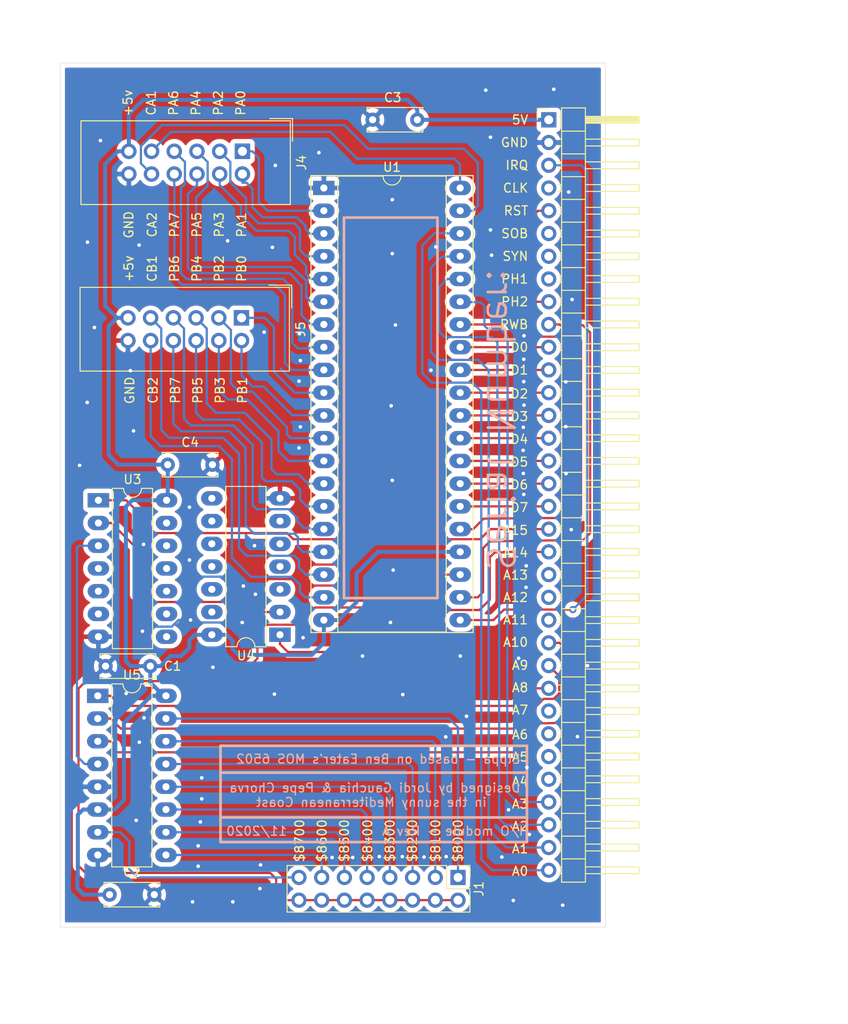
<source format=kicad_pcb>
(kicad_pcb (version 20171130) (host pcbnew "(5.1.5-0)")
  (layers (0 F.Cu signal) (31 B.Cu signal) (34 B.Paste user) (35 F.Paste user) (36 B.SilkS user) (37 F.SilkS user) (38 B.Mask user) (39 F.Mask user) (44 Edge.Cuts user))
  (net 0 "")
  (net 1 /RESET)
  (net 2 GND)
  (net 3 +5V)
  (net 4 /IRQ)
  (net 5 /PHI2)
  (net 6 /RWB)
  (net 7 /D0)
  (net 8 /D1)
  (net 9 /D2)
  (net 10 /D3)
  (net 11 /D4)
  (net 12 /D5)
  (net 13 /D6)
  (net 14 /D7)
  (net 15 /A15)
  (net 16 /A14)
  (net 17 /A10)
  (net 18 /A9)
  (net 19 /A8)
  (net 20 /A3)
  (net 21 /A2)
  (net 22 /A1)
  (net 23 /A0)
  (net 24 "Net-(U3-Pad2)")
  (net 25 "Net-(U3-Pad3)")
  (net 26 /$8000)
  (net 27 /$8100)
  (net 28 /$8200)
  (net 29 /$8300)
  (net 30 /$8400)
  (net 31 /$8500)
  (net 32 /$8600)
  (net 33 /$8700)
  (net 34 /PA0)
  (net 35 /PA1)
  (net 36 /PA2)
  (net 37 /PA3)
  (net 38 /PA4)
  (net 39 /PA5)
  (net 40 /PA6)
  (net 41 /PA7)
  (net 42 /CA1)
  (net 43 /CA2)
  (net 44 /CB2)
  (net 45 /CB1)
  (net 46 /PB7)
  (net 47 /PB6)
  (net 48 /PB5)
  (net 49 /PB4)
  (net 50 /PB3)
  (net 51 /PB2)
  (net 52 /PB1)
  (net 53 /PB0)
  (net 54 /CS2)
  (module Connector_IDC:IDC-Header_2x06_P2.54mm_Vertical (layer F.Cu) (at 120.7 72.1 270)
    (fp_text reference J4 (at 1.27 -6.604 270) (layer F.SilkS))
    (fp_text value Conn_02x06_Top_Bottom)
    (pad 1 thru_hole rect (at 0 0 270) (size 1.7272 1.7272) (drill 1.016) (layers *.Cu *.Mask) (net 34 /PA0))
    (pad 2 thru_hole oval (at 2.54 0 270) (size 1.7272 1.7272) (drill 1.016) (layers *.Cu *.Mask) (net 35 /PA1))
    (pad 3 thru_hole oval (at 0 2.54 270) (size 1.7272 1.7272) (drill 1.016) (layers *.Cu *.Mask) (net 36 /PA2))
    (pad 4 thru_hole oval (at 2.54 2.54 270) (size 1.7272 1.7272) (drill 1.016) (layers *.Cu *.Mask) (net 37 /PA3))
    (pad 5 thru_hole oval (at 0 5.08 270) (size 1.7272 1.7272) (drill 1.016) (layers *.Cu *.Mask) (net 38 /PA4))
    (pad 6 thru_hole oval (at 2.54 5.08 270) (size 1.7272 1.7272) (drill 1.016) (layers *.Cu *.Mask) (net 39 /PA5))
    (pad 7 thru_hole oval (at 0 7.62 270) (size 1.7272 1.7272) (drill 1.016) (layers *.Cu *.Mask) (net 40 /PA6))
    (pad 8 thru_hole oval (at 2.54 7.62 270) (size 1.7272 1.7272) (drill 1.016) (layers *.Cu *.Mask) (net 41 /PA7))
    (pad 9 thru_hole oval (at 0 10.16 270) (size 1.7272 1.7272) (drill 1.016) (layers *.Cu *.Mask) (net 42 /CA1))
    (pad 10 thru_hole oval (at 2.54 10.16 270) (size 1.7272 1.7272) (drill 1.016) (layers *.Cu *.Mask) (net 43 /CA2))
    (pad 11 thru_hole oval (at 0 12.7 270) (size 1.7272 1.7272) (drill 1.016) (layers *.Cu *.Mask) (net 3 +5V))
    (pad 12 thru_hole oval (at 2.54 12.7 270) (size 1.7272 1.7272) (drill 1.016) (layers *.Cu *.Mask) (net 2 GND))
  )
  (module Connector_IDC:IDC-Header_2x06_P2.54mm_Vertical (layer F.Cu) (at 120.6 90.7 270)
    (fp_text reference J5 (at 1.27 -6.604 270) (layer F.SilkS))
    (fp_text value Conn_02x06_Top_Bottom)
    (pad 12 thru_hole oval (at 2.54 12.7 270) (size 1.7272 1.7272) (drill 1.016) (layers *.Cu *.Mask) (net 2 GND))
    (pad 11 thru_hole oval (at 0 12.7 270) (size 1.7272 1.7272) (drill 1.016) (layers *.Cu *.Mask) (net 3 +5V))
    (pad 10 thru_hole oval (at 2.54 10.16 270) (size 1.7272 1.7272) (drill 1.016) (layers *.Cu *.Mask) (net 44 /CB2))
    (pad 9 thru_hole oval (at 0 10.16 270) (size 1.7272 1.7272) (drill 1.016) (layers *.Cu *.Mask) (net 45 /CB1))
    (pad 8 thru_hole oval (at 2.54 7.62 270) (size 1.7272 1.7272) (drill 1.016) (layers *.Cu *.Mask) (net 46 /PB7))
    (pad 7 thru_hole oval (at 0 7.62 270) (size 1.7272 1.7272) (drill 1.016) (layers *.Cu *.Mask) (net 47 /PB6))
    (pad 6 thru_hole oval (at 2.54 5.08 270) (size 1.7272 1.7272) (drill 1.016) (layers *.Cu *.Mask) (net 48 /PB5))
    (pad 5 thru_hole oval (at 0 5.08 270) (size 1.7272 1.7272) (drill 1.016) (layers *.Cu *.Mask) (net 49 /PB4))
    (pad 4 thru_hole oval (at 2.54 2.54 270) (size 1.7272 1.7272) (drill 1.016) (layers *.Cu *.Mask) (net 50 /PB3))
    (pad 3 thru_hole oval (at 0 2.54 270) (size 1.7272 1.7272) (drill 1.016) (layers *.Cu *.Mask) (net 51 /PB2))
    (pad 2 thru_hole oval (at 2.54 0 270) (size 1.7272 1.7272) (drill 1.016) (layers *.Cu *.Mask) (net 52 /PB1))
    (pad 1 thru_hole rect (at 0 0 270) (size 1.7272 1.7272) (drill 1.016) (layers *.Cu *.Mask) (net 53 /PB0))
  )
  (module Package_DIP:DIP-40_W15.24mm_Socket_LongPads (layer F.Cu) (at 129.8 76.2)
    (fp_text reference U1 (at 7.62 -2.33) (layer F.SilkS))
    (fp_text value 6522)
    (pad 1 thru_hole rect (at 0 0) (size 2.4 1.6) (drill 0.8) (layers *.Cu *.Mask) (net 2 GND))
    (pad 21 thru_hole oval (at 15.24 48.26) (size 2.4 1.6) (drill 0.8) (layers *.Cu *.Mask) (net 4 /IRQ))
    (pad 2 thru_hole oval (at 0 2.54) (size 2.4 1.6) (drill 0.8) (layers *.Cu *.Mask) (net 34 /PA0))
    (pad 22 thru_hole oval (at 15.24 45.72) (size 2.4 1.6) (drill 0.8) (layers *.Cu *.Mask) (net 6 /RWB))
    (pad 3 thru_hole oval (at 0 5.08) (size 2.4 1.6) (drill 0.8) (layers *.Cu *.Mask) (net 35 /PA1))
    (pad 23 thru_hole oval (at 15.24 43.18) (size 2.4 1.6) (drill 0.8) (layers *.Cu *.Mask) (net 54 /CS2))
    (pad 4 thru_hole oval (at 0 7.62) (size 2.4 1.6) (drill 0.8) (layers *.Cu *.Mask) (net 36 /PA2))
    (pad 24 thru_hole oval (at 15.24 40.64) (size 2.4 1.6) (drill 0.8) (layers *.Cu *.Mask) (net 3 +5V))
    (pad 5 thru_hole oval (at 0 10.16) (size 2.4 1.6) (drill 0.8) (layers *.Cu *.Mask) (net 37 /PA3))
    (pad 25 thru_hole oval (at 15.24 38.1) (size 2.4 1.6) (drill 0.8) (layers *.Cu *.Mask) (net 5 /PHI2))
    (pad 6 thru_hole oval (at 0 12.7) (size 2.4 1.6) (drill 0.8) (layers *.Cu *.Mask) (net 38 /PA4))
    (pad 26 thru_hole oval (at 15.24 35.56) (size 2.4 1.6) (drill 0.8) (layers *.Cu *.Mask) (net 14 /D7))
    (pad 7 thru_hole oval (at 0 15.24) (size 2.4 1.6) (drill 0.8) (layers *.Cu *.Mask) (net 39 /PA5))
    (pad 27 thru_hole oval (at 15.24 33.02) (size 2.4 1.6) (drill 0.8) (layers *.Cu *.Mask) (net 13 /D6))
    (pad 8 thru_hole oval (at 0 17.78) (size 2.4 1.6) (drill 0.8) (layers *.Cu *.Mask) (net 40 /PA6))
    (pad 28 thru_hole oval (at 15.24 30.48) (size 2.4 1.6) (drill 0.8) (layers *.Cu *.Mask) (net 12 /D5))
    (pad 9 thru_hole oval (at 0 20.32) (size 2.4 1.6) (drill 0.8) (layers *.Cu *.Mask) (net 41 /PA7))
    (pad 29 thru_hole oval (at 15.24 27.94) (size 2.4 1.6) (drill 0.8) (layers *.Cu *.Mask) (net 11 /D4))
    (pad 10 thru_hole oval (at 0 22.86) (size 2.4 1.6) (drill 0.8) (layers *.Cu *.Mask) (net 53 /PB0))
    (pad 30 thru_hole oval (at 15.24 25.4) (size 2.4 1.6) (drill 0.8) (layers *.Cu *.Mask) (net 10 /D3))
    (pad 11 thru_hole oval (at 0 25.4) (size 2.4 1.6) (drill 0.8) (layers *.Cu *.Mask) (net 52 /PB1))
    (pad 31 thru_hole oval (at 15.24 22.86) (size 2.4 1.6) (drill 0.8) (layers *.Cu *.Mask) (net 9 /D2))
    (pad 12 thru_hole oval (at 0 27.94) (size 2.4 1.6) (drill 0.8) (layers *.Cu *.Mask) (net 51 /PB2))
    (pad 32 thru_hole oval (at 15.24 20.32) (size 2.4 1.6) (drill 0.8) (layers *.Cu *.Mask) (net 8 /D1))
    (pad 13 thru_hole oval (at 0 30.48) (size 2.4 1.6) (drill 0.8) (layers *.Cu *.Mask) (net 50 /PB3))
    (pad 33 thru_hole oval (at 15.24 17.78) (size 2.4 1.6) (drill 0.8) (layers *.Cu *.Mask) (net 7 /D0))
    (pad 14 thru_hole oval (at 0 33.02) (size 2.4 1.6) (drill 0.8) (layers *.Cu *.Mask) (net 49 /PB4))
    (pad 34 thru_hole oval (at 15.24 15.24) (size 2.4 1.6) (drill 0.8) (layers *.Cu *.Mask) (net 1 /RESET))
    (pad 15 thru_hole oval (at 0 35.56) (size 2.4 1.6) (drill 0.8) (layers *.Cu *.Mask) (net 48 /PB5))
    (pad 35 thru_hole oval (at 15.24 12.7) (size 2.4 1.6) (drill 0.8) (layers *.Cu *.Mask) (net 20 /A3))
    (pad 16 thru_hole oval (at 0 38.1) (size 2.4 1.6) (drill 0.8) (layers *.Cu *.Mask) (net 47 /PB6))
    (pad 36 thru_hole oval (at 15.24 10.16) (size 2.4 1.6) (drill 0.8) (layers *.Cu *.Mask) (net 21 /A2))
    (pad 17 thru_hole oval (at 0 40.64) (size 2.4 1.6) (drill 0.8) (layers *.Cu *.Mask) (net 46 /PB7))
    (pad 37 thru_hole oval (at 15.24 7.62) (size 2.4 1.6) (drill 0.8) (layers *.Cu *.Mask) (net 22 /A1))
    (pad 18 thru_hole oval (at 0 43.18) (size 2.4 1.6) (drill 0.8) (layers *.Cu *.Mask) (net 45 /CB1))
    (pad 38 thru_hole oval (at 15.24 5.08) (size 2.4 1.6) (drill 0.8) (layers *.Cu *.Mask) (net 23 /A0))
    (pad 19 thru_hole oval (at 0 45.72) (size 2.4 1.6) (drill 0.8) (layers *.Cu *.Mask) (net 44 /CB2))
    (pad 39 thru_hole oval (at 15.24 2.54) (size 2.4 1.6) (drill 0.8) (layers *.Cu *.Mask) (net 43 /CA2))
    (pad 20 thru_hole oval (at 0 48.26) (size 2.4 1.6) (drill 0.8) (layers *.Cu *.Mask) (net 3 +5V))
    (pad 40 thru_hole oval (at 15.24 0) (size 2.4 1.6) (drill 0.8) (layers *.Cu *.Mask) (net 42 /CA1))
  )
  (module Package_DIP:DIP-16_W7.62mm_LongPads (layer F.Cu) (at 104.530774 132.916216)
    (fp_text reference U5 (at 3.81 -2.33) (layer F.SilkS))
    (fp_text value 74LS138)
    (pad 1 thru_hole rect (at 0 0) (size 2.4 1.6) (drill 0.8) (layers *.Cu *.Mask) (net 19 /A8))
    (pad 9 thru_hole oval (at 7.62 17.78) (size 2.4 1.6) (drill 0.8) (layers *.Cu *.Mask) (net 32 /$8600))
    (pad 2 thru_hole oval (at 0 2.54) (size 2.4 1.6) (drill 0.8) (layers *.Cu *.Mask) (net 18 /A9))
    (pad 10 thru_hole oval (at 7.62 15.24) (size 2.4 1.6) (drill 0.8) (layers *.Cu *.Mask) (net 31 /$8500))
    (pad 3 thru_hole oval (at 0 5.08) (size 2.4 1.6) (drill 0.8) (layers *.Cu *.Mask) (net 17 /A10))
    (pad 11 thru_hole oval (at 7.62 12.7) (size 2.4 1.6) (drill 0.8) (layers *.Cu *.Mask) (net 30 /$8400))
    (pad 4 thru_hole oval (at 0 7.62) (size 2.4 1.6) (drill 0.8) (layers *.Cu *.Mask) (net 25 "Net-(U3-Pad3)"))
    (pad 12 thru_hole oval (at 7.62 10.16) (size 2.4 1.6) (drill 0.8) (layers *.Cu *.Mask) (net 29 /$8300))
    (pad 5 thru_hole oval (at 0 10.16) (size 2.4 1.6) (drill 0.8) (layers *.Cu *.Mask) (net 2 GND))
    (pad 13 thru_hole oval (at 7.62 7.62) (size 2.4 1.6) (drill 0.8) (layers *.Cu *.Mask) (net 28 /$8200))
    (pad 6 thru_hole oval (at 0 12.7) (size 2.4 1.6) (drill 0.8) (layers *.Cu *.Mask) (net 3 +5V))
    (pad 14 thru_hole oval (at 7.62 5.08) (size 2.4 1.6) (drill 0.8) (layers *.Cu *.Mask) (net 27 /$8100))
    (pad 7 thru_hole oval (at 0 15.24) (size 2.4 1.6) (drill 0.8) (layers *.Cu *.Mask) (net 33 /$8700))
    (pad 15 thru_hole oval (at 7.62 2.54) (size 2.4 1.6) (drill 0.8) (layers *.Cu *.Mask) (net 26 /$8000))
    (pad 8 thru_hole oval (at 0 17.78) (size 2.4 1.6) (drill 0.8) (layers *.Cu *.Mask) (net 2 GND))
    (pad 16 thru_hole oval (at 7.62 0) (size 2.4 1.6) (drill 0.8) (layers *.Cu *.Mask) (net 3 +5V))
  )
  (module Package_DIP:DIP-14_W7.62mm_LongPads (layer F.Cu) (at 124.9 126.1 180)
    (fp_text reference U4 (at 3.81 -2.33 180) (layer F.SilkS))
    (fp_text value 74LS04)
    (pad 14 thru_hole oval (at 7.62 0 180) (size 2.4 1.6) (drill 0.8) (layers *.Cu *.Mask) (net 3 +5V))
    (pad 7 thru_hole oval (at 0 15.24 180) (size 2.4 1.6) (drill 0.8) (layers *.Cu *.Mask) (net 2 GND))
    (pad 13 thru_hole oval (at 7.62 2.54 180) (size 2.4 1.6) (drill 0.8) (layers *.Cu *.Mask))
    (pad 6 thru_hole oval (at 0 12.7 180) (size 2.4 1.6) (drill 0.8) (layers *.Cu *.Mask))
    (pad 12 thru_hole oval (at 7.62 5.08 180) (size 2.4 1.6) (drill 0.8) (layers *.Cu *.Mask))
    (pad 5 thru_hole oval (at 0 10.16 180) (size 2.4 1.6) (drill 0.8) (layers *.Cu *.Mask))
    (pad 11 thru_hole oval (at 7.62 7.62 180) (size 2.4 1.6) (drill 0.8) (layers *.Cu *.Mask))
    (pad 4 thru_hole oval (at 0 7.62 180) (size 2.4 1.6) (drill 0.8) (layers *.Cu *.Mask))
    (pad 10 thru_hole oval (at 7.62 10.16 180) (size 2.4 1.6) (drill 0.8) (layers *.Cu *.Mask))
    (pad 3 thru_hole oval (at 0 5.08 180) (size 2.4 1.6) (drill 0.8) (layers *.Cu *.Mask))
    (pad 9 thru_hole oval (at 7.62 12.7 180) (size 2.4 1.6) (drill 0.8) (layers *.Cu *.Mask))
    (pad 2 thru_hole oval (at 0 2.54 180) (size 2.4 1.6) (drill 0.8) (layers *.Cu *.Mask) (net 24 "Net-(U3-Pad2)"))
    (pad 8 thru_hole oval (at 7.62 15.24 180) (size 2.4 1.6) (drill 0.8) (layers *.Cu *.Mask))
    (pad 1 thru_hole rect (at 0 0 180) (size 2.4 1.6) (drill 0.8) (layers *.Cu *.Mask) (net 16 /A14))
  )
  (module Connector_PinHeader_2.54mm:PinHeader_1x34_P2.54mm_Horizontal (layer F.Cu) (at 154.94 68.58)
    (fp_text reference J2 hide)
    (fp_text value "BUS CONN.")
    (pad 1 thru_hole rect (at 0 0) (size 1.7 1.7) (drill 1) (layers *.Cu *.Mask) (net 3 +5V))
    (pad 2 thru_hole oval (at 0 2.54) (size 1.7 1.7) (drill 1) (layers *.Cu *.Mask) (net 2 GND))
    (pad 3 thru_hole oval (at 0 5.08) (size 1.7 1.7) (drill 1) (layers *.Cu *.Mask) (net 4 /IRQ))
    (pad 4 thru_hole oval (at 0 7.62) (size 1.7 1.7) (drill 1) (layers *.Cu *.Mask))
    (pad 5 thru_hole oval (at 0 10.16) (size 1.7 1.7) (drill 1) (layers *.Cu *.Mask) (net 1 /RESET))
    (pad 6 thru_hole oval (at 0 12.7) (size 1.7 1.7) (drill 1) (layers *.Cu *.Mask))
    (pad 7 thru_hole oval (at 0 15.24) (size 1.7 1.7) (drill 1) (layers *.Cu *.Mask))
    (pad 8 thru_hole oval (at 0 17.78) (size 1.7 1.7) (drill 1) (layers *.Cu *.Mask))
    (pad 9 thru_hole oval (at 0 20.32) (size 1.7 1.7) (drill 1) (layers *.Cu *.Mask) (net 5 /PHI2))
    (pad 10 thru_hole oval (at 0 22.86) (size 1.7 1.7) (drill 1) (layers *.Cu *.Mask) (net 6 /RWB))
    (pad 11 thru_hole oval (at 0 25.4) (size 1.7 1.7) (drill 1) (layers *.Cu *.Mask) (net 7 /D0))
    (pad 12 thru_hole oval (at 0 27.94) (size 1.7 1.7) (drill 1) (layers *.Cu *.Mask) (net 8 /D1))
    (pad 13 thru_hole oval (at 0 30.48) (size 1.7 1.7) (drill 1) (layers *.Cu *.Mask) (net 9 /D2))
    (pad 14 thru_hole oval (at 0 33.02) (size 1.7 1.7) (drill 1) (layers *.Cu *.Mask) (net 10 /D3))
    (pad 15 thru_hole oval (at 0 35.56) (size 1.7 1.7) (drill 1) (layers *.Cu *.Mask) (net 11 /D4))
    (pad 16 thru_hole oval (at 0 38.1) (size 1.7 1.7) (drill 1) (layers *.Cu *.Mask) (net 12 /D5))
    (pad 17 thru_hole oval (at 0 40.64) (size 1.7 1.7) (drill 1) (layers *.Cu *.Mask) (net 13 /D6))
    (pad 18 thru_hole oval (at 0 43.18) (size 1.7 1.7) (drill 1) (layers *.Cu *.Mask) (net 14 /D7))
    (pad 19 thru_hole oval (at 0 45.72) (size 1.7 1.7) (drill 1) (layers *.Cu *.Mask) (net 15 /A15))
    (pad 20 thru_hole oval (at 0 48.26) (size 1.7 1.7) (drill 1) (layers *.Cu *.Mask) (net 16 /A14))
    (pad 21 thru_hole oval (at 0 50.8) (size 1.7 1.7) (drill 1) (layers *.Cu *.Mask))
    (pad 22 thru_hole oval (at 0 53.34) (size 1.7 1.7) (drill 1) (layers *.Cu *.Mask))
    (pad 23 thru_hole oval (at 0 55.88) (size 1.7 1.7) (drill 1) (layers *.Cu *.Mask))
    (pad 24 thru_hole oval (at 0 58.42) (size 1.7 1.7) (drill 1) (layers *.Cu *.Mask) (net 17 /A10))
    (pad 25 thru_hole oval (at 0 60.96) (size 1.7 1.7) (drill 1) (layers *.Cu *.Mask) (net 18 /A9))
    (pad 26 thru_hole oval (at 0 63.5) (size 1.7 1.7) (drill 1) (layers *.Cu *.Mask) (net 19 /A8))
    (pad 27 thru_hole oval (at 0 66.04) (size 1.7 1.7) (drill 1) (layers *.Cu *.Mask))
    (pad 28 thru_hole oval (at 0 68.58) (size 1.7 1.7) (drill 1) (layers *.Cu *.Mask))
    (pad 29 thru_hole oval (at 0 71.12) (size 1.7 1.7) (drill 1) (layers *.Cu *.Mask))
    (pad 30 thru_hole oval (at 0 73.66) (size 1.7 1.7) (drill 1) (layers *.Cu *.Mask))
    (pad 31 thru_hole oval (at 0 76.2) (size 1.7 1.7) (drill 1) (layers *.Cu *.Mask) (net 20 /A3))
    (pad 32 thru_hole oval (at 0 78.74) (size 1.7 1.7) (drill 1) (layers *.Cu *.Mask) (net 21 /A2))
    (pad 33 thru_hole oval (at 0 81.28) (size 1.7 1.7) (drill 1) (layers *.Cu *.Mask) (net 22 /A1))
    (pad 34 thru_hole oval (at 0 83.82) (size 1.7 1.7) (drill 1) (layers *.Cu *.Mask) (net 23 /A0))
  )
  (module Capacitor_THT:C_Disc_D6.0mm_W2.5mm_P5.00mm (layer F.Cu) (at 105.85 155.125)
    (fp_text reference C2 (at 2.5 -2.5 180) (layer F.SilkS))
    (fp_text value 100nF)
    (pad 1 thru_hole circle (at 0 0) (size 1.6 1.6) (drill 0.8) (layers *.Cu *.Mask) (net 3 +5V))
    (pad 2 thru_hole circle (at 5 0) (size 1.6 1.6) (drill 0.8) (layers *.Cu *.Mask) (net 2 GND))
  )
  (module Connector_PinHeader_2.54mm:PinHeader_2x08_P2.54mm_Vertical (layer F.Cu) (at 144.8 153.2 270)
    (fp_text reference J1 (at 1.27 -2.33 270) (layer F.SilkS))
    (fp_text value "SEL. DIRECC")
    (pad 1 thru_hole rect (at 0 0 270) (size 1.7 1.7) (drill 1) (layers *.Cu *.Mask) (net 26 /$8000))
    (pad 2 thru_hole oval (at 2.54 0 270) (size 1.7 1.7) (drill 1) (layers *.Cu *.Mask) (net 54 /CS2))
    (pad 3 thru_hole oval (at 0 2.54 270) (size 1.7 1.7) (drill 1) (layers *.Cu *.Mask) (net 27 /$8100))
    (pad 4 thru_hole oval (at 2.54 2.54 270) (size 1.7 1.7) (drill 1) (layers *.Cu *.Mask) (net 54 /CS2))
    (pad 5 thru_hole oval (at 0 5.08 270) (size 1.7 1.7) (drill 1) (layers *.Cu *.Mask) (net 28 /$8200))
    (pad 6 thru_hole oval (at 2.54 5.08 270) (size 1.7 1.7) (drill 1) (layers *.Cu *.Mask) (net 54 /CS2))
    (pad 7 thru_hole oval (at 0 7.62 270) (size 1.7 1.7) (drill 1) (layers *.Cu *.Mask) (net 29 /$8300))
    (pad 8 thru_hole oval (at 2.54 7.62 270) (size 1.7 1.7) (drill 1) (layers *.Cu *.Mask) (net 54 /CS2))
    (pad 9 thru_hole oval (at 0 10.16 270) (size 1.7 1.7) (drill 1) (layers *.Cu *.Mask) (net 30 /$8400))
    (pad 10 thru_hole oval (at 2.54 10.16 270) (size 1.7 1.7) (drill 1) (layers *.Cu *.Mask) (net 54 /CS2))
    (pad 11 thru_hole oval (at 0 12.7 270) (size 1.7 1.7) (drill 1) (layers *.Cu *.Mask) (net 31 /$8500))
    (pad 12 thru_hole oval (at 2.54 12.7 270) (size 1.7 1.7) (drill 1) (layers *.Cu *.Mask) (net 54 /CS2))
    (pad 13 thru_hole oval (at 0 15.24 270) (size 1.7 1.7) (drill 1) (layers *.Cu *.Mask) (net 32 /$8600))
    (pad 14 thru_hole oval (at 2.54 15.24 270) (size 1.7 1.7) (drill 1) (layers *.Cu *.Mask) (net 54 /CS2))
    (pad 15 thru_hole oval (at 0 17.78 270) (size 1.7 1.7) (drill 1) (layers *.Cu *.Mask) (net 33 /$8700))
    (pad 16 thru_hole oval (at 2.54 17.78 270) (size 1.7 1.7) (drill 1) (layers *.Cu *.Mask) (net 54 /CS2))
  )
  (module Capacitor_THT:C_Disc_D6.0mm_W2.5mm_P5.00mm (layer F.Cu) (at 110.4 129.6 180)
    (fp_text reference C1 (at -2.5 0 180) (layer F.SilkS))
    (fp_text value 100nF)
    (pad 1 thru_hole circle (at 0 0 180) (size 1.6 1.6) (drill 0.8) (layers *.Cu *.Mask) (net 3 +5V))
    (pad 2 thru_hole circle (at 5 0 180) (size 1.6 1.6) (drill 0.8) (layers *.Cu *.Mask) (net 2 GND))
  )
  (module Capacitor_THT:C_Disc_D6.0mm_W2.5mm_P5.00mm (layer F.Cu) (at 140.25 68.575 180)
    (fp_text reference C3 (at 2.75 2.475 180) (layer F.SilkS))
    (fp_text value 100nF)
    (pad 2 thru_hole circle (at 5 0 180) (size 1.6 1.6) (drill 0.8) (layers *.Cu *.Mask) (net 2 GND))
    (pad 1 thru_hole circle (at 0 0 180) (size 1.6 1.6) (drill 0.8) (layers *.Cu *.Mask) (net 3 +5V))
  )
  (module Capacitor_THT:C_Disc_D6.0mm_W2.5mm_P5.00mm (layer F.Cu) (at 112.35 107.1)
    (fp_text reference C4 (at 2.5 -2.5) (layer F.SilkS))
    (fp_text value 100nF)
    (pad 1 thru_hole circle (at 0 0) (size 1.6 1.6) (drill 0.8) (layers *.Cu *.Mask) (net 3 +5V))
    (pad 2 thru_hole circle (at 5 0) (size 1.6 1.6) (drill 0.8) (layers *.Cu *.Mask) (net 2 GND))
  )
  (module Package_DIP:DIP-14_W7.62mm_LongPads (layer F.Cu) (at 104.6 111.075)
    (fp_text reference U3 (at 3.81 -2.33) (layer F.SilkS))
    (fp_text value 74LS00)
    (pad 1 thru_hole rect (at 0 0) (size 2.4 1.6) (drill 0.8) (layers *.Cu *.Mask) (net 15 /A15))
    (pad 8 thru_hole oval (at 7.62 15.24) (size 2.4 1.6) (drill 0.8) (layers *.Cu *.Mask))
    (pad 2 thru_hole oval (at 0 2.54) (size 2.4 1.6) (drill 0.8) (layers *.Cu *.Mask) (net 24 "Net-(U3-Pad2)"))
    (pad 9 thru_hole oval (at 7.62 12.7) (size 2.4 1.6) (drill 0.8) (layers *.Cu *.Mask))
    (pad 3 thru_hole oval (at 0 5.08) (size 2.4 1.6) (drill 0.8) (layers *.Cu *.Mask) (net 25 "Net-(U3-Pad3)"))
    (pad 10 thru_hole oval (at 7.62 10.16) (size 2.4 1.6) (drill 0.8) (layers *.Cu *.Mask))
    (pad 4 thru_hole oval (at 0 7.62) (size 2.4 1.6) (drill 0.8) (layers *.Cu *.Mask))
    (pad 11 thru_hole oval (at 7.62 7.62) (size 2.4 1.6) (drill 0.8) (layers *.Cu *.Mask))
    (pad 5 thru_hole oval (at 0 10.16) (size 2.4 1.6) (drill 0.8) (layers *.Cu *.Mask))
    (pad 12 thru_hole oval (at 7.62 5.08) (size 2.4 1.6) (drill 0.8) (layers *.Cu *.Mask))
    (pad 6 thru_hole oval (at 0 12.7) (size 2.4 1.6) (drill 0.8) (layers *.Cu *.Mask))
    (pad 13 thru_hole oval (at 7.62 2.54) (size 2.4 1.6) (drill 0.8) (layers *.Cu *.Mask))
    (pad 7 thru_hole oval (at 0 15.24) (size 2.4 1.6) (drill 0.8) (layers *.Cu *.Mask) (net 2 GND))
    (pad 14 thru_hole oval (at 7.62 0) (size 2.4 1.6) (drill 0.8) (layers *.Cu *.Mask) (net 3 +5V))
  )
  (gr_text GND (at 108 80.3 90) (layer F.SilkS) (effects (font (size 1 1))))
  (gr_text PA6 (at 113 66.7 90) (layer F.SilkS) (effects (font (size 1 1))))
  (gr_text PA7 (at 113.1 80.3 90) (layer F.SilkS) (effects (font (size 1 1))))
  (gr_text PA3 (at 118.1 80.3 90) (layer F.SilkS) (effects (font (size 1 1))))
  (gr_text PA4 (at 115.5 66.7 90) (layer F.SilkS) (effects (font (size 1 1))))
  (gr_text PA1 (at 120.6 80.3 90) (layer F.SilkS) (effects (font (size 1 1))))
  (gr_text CA1 (at 110.5 66.7 90) (layer F.SilkS) (effects (font (size 1 1))))
  (gr_text CA2 (at 110.6 80.3 90) (layer F.SilkS) (effects (font (size 1 1))))
  (gr_text PA0 (at 120.5 66.7 90) (layer F.SilkS) (effects (font (size 1 1))))
  (gr_text +5v (at 107.9 66.7 90) (layer F.SilkS) (effects (font (size 1 1))))
  (gr_text PA5 (at 115.6 80.3 90) (layer F.SilkS) (effects (font (size 1 1))))
  (gr_text PA2 (at 118 66.7 90) (layer F.SilkS) (effects (font (size 1 1))))
  (gr_text PB7 (at 113.2 98.8 90) (layer F.SilkS) (effects (font (size 1 1))))
  (gr_text PB5 (at 115.7 98.8 90) (layer F.SilkS) (effects (font (size 1 1))))
  (gr_text CB2 (at 110.7 98.8 90) (layer F.SilkS) (effects (font (size 1 1))))
  (gr_text PB1 (at 120.7 98.8 90) (layer F.SilkS) (effects (font (size 1 1))))
  (gr_text GND (at 108.1 98.8 90) (layer F.SilkS) (effects (font (size 1 1))))
  (gr_text PB3 (at 118.2 98.8 90) (layer F.SilkS) (effects (font (size 1 1))))
  (gr_text +5v (at 108 85.2 90) (layer F.SilkS) (effects (font (size 1 1))))
  (gr_text CB1 (at 110.6 85.2 90) (layer F.SilkS) (effects (font (size 1 1))))
  (gr_text PB6 (at 113.1 85.2 90) (layer F.SilkS) (effects (font (size 1 1))))
  (gr_text PB4 (at 115.6 85.2 90) (layer F.SilkS) (effects (font (size 1 1))))
  (gr_text PB2 (at 118.1 85.2 90) (layer F.SilkS) (effects (font (size 1 1))))
  (gr_text PB0 (at 120.6 85.2 90) (layer F.SilkS) (effects (font (size 1 1))))
  (gr_text $8700 (at 127.1 149.1 90) (layer F.SilkS) (effects (font (size 1 1))))
  (gr_text $8600 (at 129.6 149.1 90) (layer F.SilkS) (effects (font (size 1 1))))
  (gr_text $8500 (at 132.1 149.1 90) (layer F.SilkS) (effects (font (size 1 1))))
  (gr_text $8400 (at 134.7 149.1 90) (layer F.SilkS) (effects (font (size 1 1))))
  (gr_text $8300 (at 137.2 149.1 90) (layer F.SilkS) (effects (font (size 1 1))))
  (gr_text $8200 (at 139.7 149.1 90) (layer F.SilkS) (effects (font (size 1 1))))
  (gr_text $8100 (at 142.3 149.1 90) (layer F.SilkS) (effects (font (size 1 1))))
  (gr_text $8000 (at 144.8 149.1 90) (layer F.SilkS) (effects (font (size 1 1))))
  (gr_text A10 (at 152.712905 126.927) (layer F.SilkS) (effects (font (size 1 1)) (justify right)))
  (gr_line (start 100.33 62.23) (end 161.29 62.23) (layer Edge.Cuts) (width 0.05))
  (gr_text "Serial Number:" (at 149.5 102.1 270) (layer B.SilkS) (effects (font (size 3 3) (thickness 0.3)) (justify mirror)))
  (gr_line (start 132.05 122) (end 132.05 79.5) (layer B.SilkS) (width 0.3))
  (gr_line (start 142.5 122) (end 132.05 122) (layer B.SilkS) (width 0.3))
  (gr_line (start 142.5 79.5) (end 142.5 122) (layer B.SilkS) (width 0.3))
  (gr_line (start 132.3 79.5) (end 142.5 79.5) (layer B.SilkS) (width 0.3))
  (gr_line (start 118.25 145.5) (end 118.25 142.5) (layer B.SilkS) (width 0.12))
  (gr_line (start 152.5 146.5) (end 118.25 146.5) (layer B.SilkS) (width 0.3))
  (gr_line (start 152.5 142.5) (end 152.5 145.5) (layer B.SilkS) (width 0.12))
  (gr_line (start 118.25 141.5) (end 152.5 141.5) (layer B.SilkS) (width 0.3))
  (gr_line (start 118.25 138.5) (end 152.5 138.5) (layer B.SilkS) (width 0.3))
  (gr_line (start 118.25 149.25) (end 118.25 138.5) (layer B.SilkS) (width 0.3))
  (gr_line (start 152.5 149.25) (end 118.25 149.25) (layer B.SilkS) (width 0.3))
  (gr_line (start 152.5 138.5) (end 152.5 149.25) (layer B.SilkS) (width 0.3))
  (gr_text "Elppa - based on Ben Eater’s MOS 6502 \n\nDesigned by Jordi Gauchía & Pepe Chorva\n in the sunny Mediterranean Coast\n\nI/O module - Rev A              11/2020" (at 135.5 144) (layer B.SilkS) (effects (font (size 1 1)) (justify mirror)))
  (gr_text A0 (at 151.733143 152.5) (layer F.SilkS) (effects (font (size 1 1))))
  (gr_text A1 (at 151.733143 150) (layer F.SilkS) (effects (font (size 1 1))))
  (gr_text A2 (at 151.733143 147.5) (layer F.SilkS) (effects (font (size 1 1))))
  (gr_text A3 (at 151.733143 145) (layer F.SilkS) (effects (font (size 1 1))))
  (gr_text A4 (at 151.733143 142.5) (layer F.SilkS) (effects (font (size 1 1))))
  (gr_text A5 (at 151.733143 139.75) (layer F.SilkS) (effects (font (size 1 1))))
  (gr_text A6 (at 151.733143 137.25) (layer F.SilkS) (effects (font (size 1 1))))
  (gr_text A7 (at 151.733143 134.5) (layer F.SilkS) (effects (font (size 1 1))))
  (gr_text A8 (at 151.733143 132) (layer F.SilkS) (effects (font (size 1 1))))
  (gr_text A9 (at 151.733143 129.5) (layer F.SilkS) (effects (font (size 1 1))))
  (gr_text A11 (at 152.712905 124.427) (layer F.SilkS) (effects (font (size 1 1)) (justify right)))
  (gr_text A12 (at 152.712905 121.927) (layer F.SilkS) (effects (font (size 1 1)) (justify right)))
  (gr_text A13 (at 152.712905 119.427) (layer F.SilkS) (effects (font (size 1 1)) (justify right)))
  (gr_text A14 (at 152.712905 116.927) (layer F.SilkS) (effects (font (size 1 1)) (justify right)))
  (gr_text A15 (at 152.712905 114.427) (layer F.SilkS) (effects (font (size 1 1)) (justify right)))
  (gr_text D6 (at 151.661714 109.347) (layer F.SilkS) (effects (font (size 1 1))))
  (gr_text D7 (at 151.661714 111.887) (layer F.SilkS) (effects (font (size 1 1))))
  (gr_text D5 (at 151.661714 106.807) (layer F.SilkS) (effects (font (size 1 1))))
  (gr_text D4 (at 151.661714 104.267) (layer F.SilkS) (effects (font (size 1 1))))
  (gr_text D2 (at 151.661714 99.187) (layer F.SilkS) (effects (font (size 1 1))))
  (gr_text D3 (at 151.661714 101.727) (layer F.SilkS) (effects (font (size 1 1))))
  (gr_text D1 (at 151.661714 96.52) (layer F.SilkS) (effects (font (size 1 1))))
  (gr_text D0 (at 151.661714 93.98) (layer F.SilkS) (effects (font (size 1 1))))
  (gr_text RWB (at 151.066476 91.44) (layer F.SilkS) (effects (font (size 1 1))))
  (gr_text PH2 (at 151.137905 88.9) (layer F.SilkS) (effects (font (size 1 1))))
  (gr_text PH1 (at 151.137905 86.36) (layer F.SilkS) (effects (font (size 1 1))))
  (gr_text SYN (at 151.209333 83.82) (layer F.SilkS) (effects (font (size 1 1))))
  (gr_text SOB (at 151.137905 81.28) (layer F.SilkS) (effects (font (size 1 1))))
  (gr_text RST (at 151.280762 78.74) (layer F.SilkS) (effects (font (size 1 1))))
  (gr_text CLK (at 151.233143 76.2) (layer F.SilkS) (effects (font (size 1 1))))
  (gr_text IRQ (at 151.376 73.66) (layer F.SilkS) (effects (font (size 1 1))))
  (gr_text GND (at 151.114095 71.12) (layer F.SilkS) (effects (font (size 1 1))))
  (gr_text 5V (at 151.733143 68.58) (layer F.SilkS) (effects (font (size 1 1))))
  (gr_line (start 100.33 158.75) (end 100.33 62.23) (layer Edge.Cuts) (width 0.05))
  (gr_line (start 161.29 158.75) (end 100.33 158.75) (layer Edge.Cuts) (width 0.05))
  (gr_line (start 161.29 63.5) (end 161.29 62.23) (layer Edge.Cuts) (width 0.05))
  (gr_line (start 161.29 63.5) (end 161.29 158.75) (layer Edge.Cuts) (width 0.05))
  (segment (start 153.737919 78.74) (end 153.2 79.277919) (width 0.25) (layer F.Cu) (net 1))
  (segment (start 154.94 78.74) (end 153.737919 78.74) (width 0.25) (layer F.Cu) (net 1))
  (segment (start 153.2 79.277919) (end 153.2 87.95) (width 0.25) (layer F.Cu) (net 1))
  (segment (start 153.2 87.95) (end 151.725 89.425) (width 0.25) (layer F.Cu) (net 1))
  (segment (start 151.725 89.425) (end 151.725 91) (width 0.25) (layer F.Cu) (net 1))
  (segment (start 151.285 91.44) (end 145.04 91.44) (width 0.25) (layer F.Cu) (net 1))
  (segment (start 151.725 91) (end 151.285 91.44) (width 0.25) (layer F.Cu) (net 1))
  (segment (start 104.530774 150.696216) (end 104.530774 150.14722) (width 0.25) (layer B.Cu) (net 2))
  (segment (start 104.530774 143.076216) (end 104.930774 143.076216) (width 0.25) (layer B.Cu) (net 2))
  (segment (start 125.3 110.86) (end 124.9 110.86) (width 0.25) (layer B.Cu) (net 2))
  (via (at 157.175 76.65) (size 0.8) (drill 0.4) (layers F.Cu B.Cu) (net 2))
  (via (at 157.55 88.65) (size 0.8) (drill 0.4) (layers F.Cu B.Cu) (net 2))
  (via (at 145.05 128.475) (size 0.8) (drill 0.4) (layers F.Cu B.Cu) (net 2))
  (via (at 134.125 128.475) (size 0.8) (drill 0.4) (layers F.Cu B.Cu) (net 2))
  (via (at 137.45 83.525) (size 0.8) (drill 0.4) (layers F.Cu B.Cu) (net 2))
  (via (at 137.325 100.525) (size 0.8) (drill 0.4) (layers F.Cu B.Cu) (net 2))
  (via (at 109.15 82.575) (size 0.8) (drill 0.4) (layers F.Cu B.Cu) (net 2))
  (via (at 124.375 73.675) (size 0.8) (drill 0.4) (layers F.Cu B.Cu) (net 2))
  (via (at 129.25 72.25) (size 0.8) (drill 0.4) (layers F.Cu B.Cu) (net 2))
  (via (at 137.8 91.5) (size 0.8) (drill 0.4) (layers F.Cu B.Cu) (net 2))
  (via (at 137.45 108.85) (size 0.8) (drill 0.4) (layers F.Cu B.Cu) (net 2))
  (via (at 148.425 80.875) (size 0.8) (drill 0.4) (layers F.Cu B.Cu) (net 2))
  (via (at 148.55 83.7) (size 0.8) (drill 0.4) (layers F.Cu B.Cu) (net 2))
  (via (at 108.525 103.325) (size 0.8) (drill 0.4) (layers F.Cu B.Cu) (net 2))
  (via (at 108.175 96.6) (size 0.8) (drill 0.4) (layers F.Cu B.Cu) (net 2))
  (via (at 103.35 100.15) (size 0.8) (drill 0.4) (layers F.Cu B.Cu) (net 2))
  (via (at 102.5 107.175) (size 0.8) (drill 0.4) (layers F.Cu B.Cu) (net 2))
  (via (at 114.775 117.75) (size 0.8) (drill 0.4) (layers F.Cu B.Cu) (net 2))
  (via (at 114.775 111.85) (size 0.8) (drill 0.4) (layers F.Cu B.Cu) (net 2))
  (via (at 109.525 125.7) (size 0.8) (drill 0.4) (layers F.Cu B.Cu) (net 2))
  (via (at 117.4 129.725) (size 0.8) (drill 0.4) (layers F.Cu B.Cu) (net 2))
  (via (at 124.275 132.725) (size 0.8) (drill 0.4) (layers F.Cu B.Cu) (net 2))
  (via (at 138.625 132.775) (size 0.8) (drill 0.4) (layers F.Cu B.Cu) (net 2))
  (via (at 108.825 146.825) (size 0.8) (drill 0.4) (layers F.Cu B.Cu) (net 2))
  (via (at 115.125 155.925) (size 0.8) (drill 0.4) (layers F.Cu B.Cu) (net 2))
  (via (at 150.975 155.775) (size 0.8) (drill 0.4) (layers F.Cu B.Cu) (net 2))
  (via (at 119.625 155.925) (size 0.8) (drill 0.4) (layers F.Cu B.Cu) (net 2))
  (via (at 156.5 156.3) (size 0.8) (drill 0.4) (layers F.Cu B.Cu) (net 2))
  (via (at 104.825 70.9) (size 0.8) (drill 0.4) (layers F.Cu B.Cu) (net 2))
  (via (at 147.9 65.275) (size 0.8) (drill 0.4) (layers F.Cu B.Cu) (net 2))
  (via (at 155.5 65.175) (size 0.8) (drill 0.4) (layers F.Cu B.Cu) (net 2))
  (via (at 137.45 77.5) (size 0.8) (drill 0.4) (layers F.Cu B.Cu) (net 2))
  (via (at 137.55 118.875) (size 0.8) (drill 0.4) (layers F.Cu B.Cu) (net 2))
  (via (at 107.7 132.65) (size 0.8) (drill 0.4) (layers F.Cu B.Cu) (net 2))
  (via (at 145.75 135.2) (size 0.8) (drill 0.4) (layers F.Cu B.Cu) (net 2))
  (via (at 109.7 135.375) (size 0.8) (drill 0.4) (layers F.Cu B.Cu) (net 2))
  (segment (start 114.775 118.315685) (end 114.8 118.340685) (width 0.25) (layer B.Cu) (net 2))
  (segment (start 114.775 117.75) (end 114.775 118.315685) (width 0.25) (layer B.Cu) (net 2))
  (segment (start 116.064325 119.60501) (end 119.78001 119.60501) (width 0.25) (layer B.Cu) (net 2))
  (segment (start 114.8 118.340685) (end 116.064325 119.60501) (width 0.25) (layer B.Cu) (net 2))
  (via (at 120.8 120.65) (size 0.8) (drill 0.4) (layers F.Cu B.Cu) (net 2))
  (segment (start 120.8 120.625) (end 120.8 120.65) (width 0.25) (layer B.Cu) (net 2))
  (segment (start 119.78001 119.60501) (end 120.8 120.625) (width 0.25) (layer B.Cu) (net 2))
  (via (at 137.25 124.725) (size 0.8) (drill 0.4) (layers F.Cu B.Cu) (net 2))
  (via (at 120.675 124.725) (size 0.8) (drill 0.4) (layers F.Cu B.Cu) (net 2))
  (via (at 114.9 124.45) (size 0.8) (drill 0.4) (layers F.Cu B.Cu) (net 2))
  (segment (start 120.8 124.6) (end 120.675 124.725) (width 0.25) (layer B.Cu) (net 2))
  (segment (start 120.8 120.65) (end 120.8 124.6) (width 0.25) (layer B.Cu) (net 2))
  (segment (start 115.175 124.725) (end 114.9 124.45) (width 0.25) (layer B.Cu) (net 2))
  (segment (start 120.675 124.725) (end 115.175 124.725) (width 0.25) (layer B.Cu) (net 2))
  (segment (start 109.924999 125.300001) (end 109.525 125.7) (width 0.25) (layer B.Cu) (net 2))
  (segment (start 112.796014 125.18999) (end 110.03501 125.18999) (width 0.25) (layer B.Cu) (net 2))
  (segment (start 110.03501 125.18999) (end 109.924999 125.300001) (width 0.25) (layer B.Cu) (net 2))
  (segment (start 113.536004 124.45) (end 112.796014 125.18999) (width 0.25) (layer B.Cu) (net 2))
  (segment (start 114.9 124.45) (end 113.536004 124.45) (width 0.25) (layer B.Cu) (net 2))
  (segment (start 120.8 120.65) (end 121.6 119.85) (width 0.25) (layer F.Cu) (net 2))
  (segment (start 136.92999 118.25499) (end 128.59501 118.25499) (width 0.25) (layer F.Cu) (net 2))
  (segment (start 137.55 118.875) (end 136.92999 118.25499) (width 0.25) (layer F.Cu) (net 2))
  (segment (start 126.95 119.9) (end 127.275 119.85) (width 0.25) (layer F.Cu) (net 2))
  (segment (start 128.59501 118.25499) (end 126.95 119.9) (width 0.25) (layer F.Cu) (net 2))
  (segment (start 121.6 119.85) (end 126.95 119.9) (width 0.25) (layer F.Cu) (net 2))
  (segment (start 136.984315 118.875) (end 135.259315 120.6) (width 0.25) (layer F.Cu) (net 2))
  (segment (start 137.55 118.875) (end 136.984315 118.875) (width 0.25) (layer F.Cu) (net 2))
  (segment (start 135.259315 120.6) (end 128.025 120.6) (width 0.25) (layer F.Cu) (net 2))
  (segment (start 128.025 120.6) (end 127 119.575) (width 0.25) (layer F.Cu) (net 2))
  (via (at 109.65 116) (size 0.8) (drill 0.4) (layers F.Cu B.Cu) (net 2))
  (via (at 152.425 118.4) (size 0.8) (drill 0.4) (layers F.Cu B.Cu) (net 2))
  (via (at 152.4 120.8) (size 0.8) (drill 0.4) (layers F.Cu B.Cu) (net 2))
  (via (at 123.125 92.3) (size 0.8) (drill 0.4) (layers F.Cu B.Cu) (net 2))
  (via (at 119.05 82.1) (size 0.8) (drill 0.4) (layers F.Cu B.Cu) (net 2))
  (via (at 152.175 92.7) (size 0.8) (drill 0.4) (layers F.Cu B.Cu) (net 2))
  (via (at 152.15 95.325) (size 0.8) (drill 0.4) (layers F.Cu B.Cu) (net 2))
  (via (at 152.15 97.825) (size 0.8) (drill 0.4) (layers F.Cu B.Cu) (net 2))
  (via (at 152.175 100.45) (size 0.8) (drill 0.4) (layers F.Cu B.Cu) (net 2))
  (via (at 152.1 102.925) (size 0.8) (drill 0.4) (layers F.Cu B.Cu) (net 2))
  (via (at 152.075 105.5) (size 0.8) (drill 0.4) (layers F.Cu B.Cu) (net 2))
  (via (at 152.1 108.075) (size 0.8) (drill 0.4) (layers F.Cu B.Cu) (net 2))
  (via (at 152.15 110.425) (size 0.8) (drill 0.4) (layers F.Cu B.Cu) (net 2))
  (via (at 156.85 102.85) (size 0.8) (drill 0.4) (layers F.Cu B.Cu) (net 2))
  (via (at 156.85 97.85) (size 0.8) (drill 0.4) (layers F.Cu B.Cu) (net 2))
  (via (at 156.875 108.1) (size 0.8) (drill 0.4) (layers F.Cu B.Cu) (net 2))
  (via (at 157.45 114.35) (size 0.8) (drill 0.4) (layers F.Cu B.Cu) (net 2))
  (via (at 159.275 129.55) (size 0.8) (drill 0.4) (layers F.Cu B.Cu) (net 2))
  (via (at 158.15 137.475) (size 0.8) (drill 0.4) (layers F.Cu B.Cu) (net 2))
  (via (at 152.5 140.925) (size 0.8) (drill 0.4) (layers F.Cu B.Cu) (net 2))
  (via (at 151.575 128.725) (size 0.8) (drill 0.4) (layers F.Cu B.Cu) (net 2))
  (via (at 149.7 150.925) (size 0.8) (drill 0.4) (layers F.Cu B.Cu) (net 2))
  (via (at 152.775 148.4) (size 0.8) (drill 0.4) (layers F.Cu B.Cu) (net 2))
  (via (at 150.45 145.65) (size 0.8) (drill 0.4) (layers F.Cu B.Cu) (net 2))
  (via (at 141 150.925) (size 0.8) (drill 0.4) (layers F.Cu B.Cu) (net 2))
  (via (at 143.475 150.875) (size 0.8) (drill 0.4) (layers F.Cu B.Cu) (net 2))
  (via (at 138.575 150.875) (size 0.8) (drill 0.4) (layers F.Cu B.Cu) (net 2))
  (via (at 136 150.875) (size 0.8) (drill 0.4) (layers F.Cu B.Cu) (net 2))
  (via (at 133.025 150.975) (size 0.8) (drill 0.4) (layers F.Cu B.Cu) (net 2))
  (via (at 130.725 150.975) (size 0.8) (drill 0.4) (layers F.Cu B.Cu) (net 2))
  (via (at 109.175 138.1) (size 0.8) (drill 0.4) (layers F.Cu B.Cu) (net 2))
  (via (at 143.425 137.5) (size 0.8) (drill 0.4) (layers F.Cu B.Cu) (net 2))
  (via (at 116.15 142.075) (size 0.8) (drill 0.4) (layers F.Cu B.Cu) (net 2))
  (via (at 116.15 144.425) (size 0.8) (drill 0.4) (layers F.Cu B.Cu) (net 2))
  (via (at 116 147) (size 0.8) (drill 0.4) (layers F.Cu B.Cu) (net 2))
  (via (at 115.75 149.675) (size 0.8) (drill 0.4) (layers F.Cu B.Cu) (net 2))
  (via (at 115.75 151.95) (size 0.8) (drill 0.4) (layers F.Cu B.Cu) (net 2))
  (via (at 122.65 154.45) (size 0.8) (drill 0.4) (layers F.Cu B.Cu) (net 2))
  (via (at 122.725 151.8) (size 0.8) (drill 0.4) (layers F.Cu B.Cu) (net 2))
  (via (at 127.075 92.475) (size 0.8) (drill 0.4) (layers F.Cu B.Cu) (net 2))
  (via (at 127.175 95.475) (size 0.8) (drill 0.4) (layers F.Cu B.Cu) (net 2))
  (via (at 127.025 97.775) (size 0.8) (drill 0.4) (layers F.Cu B.Cu) (net 2))
  (via (at 127.175 102.875) (size 0.8) (drill 0.4) (layers F.Cu B.Cu) (net 2))
  (via (at 127.025 105.225) (size 0.8) (drill 0.4) (layers F.Cu B.Cu) (net 2))
  (via (at 124.05 82.825) (size 0.8) (drill 0.4) (layers F.Cu B.Cu) (net 2))
  (via (at 103.375 82.25) (size 0.8) (drill 0.4) (layers F.Cu B.Cu) (net 2))
  (via (at 104.15 91.775) (size 0.8) (drill 0.4) (layers F.Cu B.Cu) (net 2))
  (via (at 148.425 70.525) (size 0.8) (drill 0.4) (layers F.Cu B.Cu) (net 2))
  (via (at 127.475 126.425) (size 0.8) (drill 0.4) (layers F.Cu B.Cu) (net 2))
  (via (at 122.05 116.15) (size 0.8) (drill 0.4) (layers F.Cu B.Cu) (net 2))
  (via (at 122.15 121.575) (size 0.8) (drill 0.4) (layers F.Cu B.Cu) (net 2))
  (via (at 142.325 82.775) (size 0.8) (drill 0.4) (layers F.Cu B.Cu) (net 2))
  (via (at 141.775 96.55) (size 0.8) (drill 0.4) (layers F.Cu B.Cu) (net 2))
  (segment (start 105.35 89.375) (end 106.675 90.7) (width 0.45) (layer B.Cu) (net 3))
  (segment (start 106.675 90.7) (end 107.9 90.7) (width 0.45) (layer B.Cu) (net 3))
  (segment (start 105.35 73.528686) (end 105.35 89.375) (width 0.45) (layer B.Cu) (net 3))
  (segment (start 106.778686 72.1) (end 105.35 73.528686) (width 0.45) (layer B.Cu) (net 3))
  (segment (start 108 72.1) (end 106.778686 72.1) (width 0.45) (layer B.Cu) (net 3))
  (segment (start 140.255 68.58) (end 140.25 68.575) (width 0.45) (layer B.Cu) (net 3))
  (segment (start 154.94 68.58) (end 140.255 68.58) (width 0.45) (layer B.Cu) (net 3))
  (segment (start 140.25 67.44363) (end 139.15637 66.35) (width 0.45) (layer B.Cu) (net 3))
  (segment (start 140.25 68.575) (end 140.25 67.44363) (width 0.45) (layer B.Cu) (net 3))
  (segment (start 139.15637 66.35) (end 109.6 66.35) (width 0.45) (layer B.Cu) (net 3))
  (segment (start 108 67.95) (end 108 72.1) (width 0.45) (layer B.Cu) (net 3))
  (segment (start 109.6 66.35) (end 108 67.95) (width 0.45) (layer B.Cu) (net 3))
  (segment (start 108.225 129.6) (end 110.4 129.6) (width 0.45) (layer B.Cu) (net 3))
  (segment (start 107.675 129.05) (end 108.225 129.6) (width 0.45) (layer B.Cu) (net 3))
  (segment (start 112.35 110.945) (end 112.22 111.075) (width 0.45) (layer B.Cu) (net 3))
  (segment (start 112.35 107.1) (end 112.35 110.945) (width 0.45) (layer B.Cu) (net 3))
  (segment (start 112.150774 132.916216) (end 111.891216 132.916216) (width 0.45) (layer B.Cu) (net 3))
  (segment (start 111.891216 132.916216) (end 110.4 131.425) (width 0.45) (layer B.Cu) (net 3))
  (segment (start 110.4 129.6) (end 110.4 131.425) (width 0.45) (layer B.Cu) (net 3))
  (segment (start 111.53137 129.6) (end 112.65637 128.475) (width 0.45) (layer B.Cu) (net 3))
  (segment (start 110.4 129.6) (end 111.53137 129.6) (width 0.45) (layer B.Cu) (net 3))
  (segment (start 112.65637 128.475) (end 113.85 128.475) (width 0.45) (layer B.Cu) (net 3))
  (segment (start 113.85 128.475) (end 114.75 127.575) (width 0.45) (layer B.Cu) (net 3))
  (segment (start 114.75 127.575) (end 114.75 126.725) (width 0.45) (layer B.Cu) (net 3))
  (segment (start 115.375 126.1) (end 117.28 126.1) (width 0.45) (layer B.Cu) (net 3))
  (segment (start 114.75 126.725) (end 115.375 126.1) (width 0.45) (layer B.Cu) (net 3))
  (segment (start 118.93 126.1) (end 119.6 126.77) (width 0.45) (layer B.Cu) (net 3))
  (segment (start 117.28 126.1) (end 118.93 126.1) (width 0.45) (layer B.Cu) (net 3))
  (segment (start 119.6 126.77) (end 119.6 127.675) (width 0.45) (layer B.Cu) (net 3))
  (segment (start 119.6 127.675) (end 120.275 128.35) (width 0.45) (layer B.Cu) (net 3))
  (segment (start 120.275 128.35) (end 128.45 128.35) (width 0.45) (layer B.Cu) (net 3))
  (segment (start 129.8 127) (end 129.8 124.46) (width 0.45) (layer B.Cu) (net 3))
  (segment (start 128.45 128.35) (end 129.8 127) (width 0.45) (layer B.Cu) (net 3))
  (segment (start 131.45 124.46) (end 133.45 122.46) (width 0.45) (layer B.Cu) (net 3))
  (segment (start 129.8 124.46) (end 131.45 124.46) (width 0.45) (layer B.Cu) (net 3))
  (segment (start 133.45 122.46) (end 133.45 119.25) (width 0.45) (layer B.Cu) (net 3))
  (segment (start 135.86 116.84) (end 145.04 116.84) (width 0.45) (layer B.Cu) (net 3))
  (segment (start 133.45 119.25) (end 135.86 116.84) (width 0.45) (layer B.Cu) (net 3))
  (segment (start 110.500774 132.916216) (end 107.45 135.96699) (width 0.45) (layer B.Cu) (net 3))
  (segment (start 112.150774 132.916216) (end 110.500774 132.916216) (width 0.45) (layer B.Cu) (net 3))
  (segment (start 107.45 135.96699) (end 107.45 144.575) (width 0.45) (layer B.Cu) (net 3))
  (segment (start 106.408784 145.616216) (end 104.530774 145.616216) (width 0.45) (layer B.Cu) (net 3))
  (segment (start 107.45 144.575) (end 106.408784 145.616216) (width 0.45) (layer B.Cu) (net 3))
  (segment (start 102.880774 145.616216) (end 102.3 146.19699) (width 0.45) (layer B.Cu) (net 3))
  (segment (start 104.530774 145.616216) (end 102.880774 145.616216) (width 0.45) (layer B.Cu) (net 3))
  (segment (start 102.3 146.19699) (end 102.3 153.025) (width 0.45) (layer B.Cu) (net 3))
  (segment (start 102.3 153.025) (end 102.25 153.075) (width 0.45) (layer B.Cu) (net 3))
  (segment (start 102.25 153.075) (end 102.25 154.4) (width 0.45) (layer B.Cu) (net 3))
  (segment (start 102.975 155.125) (end 105.85 155.125) (width 0.45) (layer B.Cu) (net 3))
  (segment (start 102.25 154.4) (end 102.975 155.125) (width 0.45) (layer B.Cu) (net 3))
  (segment (start 108.475 111.075) (end 112.22 111.075) (width 0.45) (layer B.Cu) (net 3))
  (segment (start 107.675 111.775) (end 108.4 111.05) (width 0.45) (layer B.Cu) (net 3))
  (segment (start 107.675 129.05) (end 107.675 111.775) (width 0.45) (layer B.Cu) (net 3))
  (segment (start 108.4 111.05) (end 108.475 111.075) (width 0.45) (layer B.Cu) (net 3))
  (segment (start 106.678686 90.7) (end 107.9 90.7) (width 0.45) (layer B.Cu) (net 3))
  (segment (start 105.75 91.628686) (end 106.678686 90.7) (width 0.45) (layer B.Cu) (net 3))
  (segment (start 105.75 106.025) (end 105.75 91.628686) (width 0.45) (layer B.Cu) (net 3))
  (segment (start 106.825 107.1) (end 105.75 106.025) (width 0.45) (layer B.Cu) (net 3))
  (segment (start 112.35 107.1) (end 106.825 107.1) (width 0.45) (layer B.Cu) (net 3))
  (segment (start 149.940001 123.284999) (end 148.765 124.46) (width 0.25) (layer F.Cu) (net 4))
  (segment (start 148.765 124.46) (end 145.04 124.46) (width 0.25) (layer F.Cu) (net 4))
  (segment (start 157.640001 123.284999) (end 149.940001 123.284999) (width 0.25) (layer F.Cu) (net 4))
  (via (at 157.640001 123.284999) (size 0.8) (drill 0.4) (layers F.Cu B.Cu) (net 4))
  (segment (start 157.640001 123.284999) (end 159.25 121.675) (width 0.25) (layer B.Cu) (net 4))
  (segment (start 159.25 121.675) (end 159.25 74.325) (width 0.25) (layer B.Cu) (net 4))
  (segment (start 158.585 73.66) (end 154.94 73.66) (width 0.25) (layer B.Cu) (net 4))
  (segment (start 159.25 74.325) (end 158.585 73.66) (width 0.25) (layer B.Cu) (net 4))
  (segment (start 153.6 88.9) (end 154.94 88.9) (width 0.25) (layer F.Cu) (net 5))
  (segment (start 153.804999 92.804999) (end 152.85 91.85) (width 0.25) (layer F.Cu) (net 5))
  (segment (start 152.85 91.85) (end 152.85 89.65) (width 0.25) (layer F.Cu) (net 5))
  (segment (start 158.129999 92.804999) (end 153.804999 92.804999) (width 0.25) (layer F.Cu) (net 5))
  (segment (start 158.55 93.225) (end 158.129999 92.804999) (width 0.25) (layer F.Cu) (net 5))
  (segment (start 152.85 89.65) (end 153.6 88.9) (width 0.25) (layer F.Cu) (net 5))
  (segment (start 147.665001 113.124999) (end 156.651421 113.051421) (width 0.25) (layer F.Cu) (net 5))
  (segment (start 156.651421 113.051421) (end 158.173579 113.051421) (width 0.25) (layer F.Cu) (net 5))
  (segment (start 158.55 112.675) (end 158.55 93.225) (width 0.25) (layer F.Cu) (net 5))
  (segment (start 158.173579 113.051421) (end 158.55 112.675) (width 0.25) (layer F.Cu) (net 5))
  (segment (start 146.49 114.3) (end 147.665001 113.124999) (width 0.25) (layer F.Cu) (net 5))
  (segment (start 145.04 114.3) (end 146.49 114.3) (width 0.25) (layer F.Cu) (net 5))
  (segment (start 145.44 121.92) (end 145.46 121.9) (width 0.25) (layer F.Cu) (net 6))
  (segment (start 145.04 121.92) (end 145.44 121.92) (width 0.25) (layer F.Cu) (net 6))
  (segment (start 156.142081 91.44) (end 154.94 91.44) (width 0.25) (layer F.Cu) (net 6))
  (segment (start 156.227081 91.525) (end 156.142081 91.44) (width 0.25) (layer F.Cu) (net 6))
  (segment (start 155.725 115.55) (end 158.775 115.55) (width 0.25) (layer F.Cu) (net 6))
  (segment (start 158.75 91.525) (end 156.227081 91.525) (width 0.25) (layer F.Cu) (net 6))
  (segment (start 159.575 92.35) (end 158.75 91.525) (width 0.25) (layer F.Cu) (net 6))
  (segment (start 159.575 114.75) (end 159.575 92.35) (width 0.25) (layer F.Cu) (net 6))
  (segment (start 147.6 116.425) (end 148.360001 115.664999) (width 0.25) (layer F.Cu) (net 6))
  (segment (start 147.005 121.92) (end 147.6 121.325) (width 0.25) (layer F.Cu) (net 6))
  (segment (start 147.6 121.325) (end 147.6 116.425) (width 0.25) (layer F.Cu) (net 6))
  (segment (start 158.775 115.55) (end 159.575 114.75) (width 0.25) (layer F.Cu) (net 6))
  (segment (start 148.360001 115.664999) (end 155.725 115.55) (width 0.25) (layer F.Cu) (net 6))
  (segment (start 145.04 121.92) (end 147.005 121.92) (width 0.25) (layer F.Cu) (net 6))
  (segment (start 154.94 93.54) (end 154.94 93.98) (width 0.25) (layer B.Cu) (net 7))
  (segment (start 145.04 93.98) (end 145.44 93.98) (width 0.25) (layer B.Cu) (net 7))
  (segment (start 153.737919 93.98) (end 145.04 93.98) (width 0.25) (layer F.Cu) (net 7))
  (segment (start 154.94 93.98) (end 153.737919 93.98) (width 0.25) (layer F.Cu) (net 7))
  (segment (start 145.04 96.52) (end 154.94 96.52) (width 0.25) (layer F.Cu) (net 8))
  (segment (start 154.94 99.06) (end 145.04 99.06) (width 0.25) (layer F.Cu) (net 9))
  (segment (start 145.04 101.6) (end 154.94 101.6) (width 0.25) (layer F.Cu) (net 10))
  (segment (start 153.737919 104.14) (end 145.04 104.14) (width 0.25) (layer F.Cu) (net 11))
  (segment (start 154.94 104.14) (end 153.737919 104.14) (width 0.25) (layer F.Cu) (net 11))
  (segment (start 146.49 106.68) (end 154.94 106.68) (width 0.25) (layer F.Cu) (net 12))
  (segment (start 145.04 106.68) (end 146.49 106.68) (width 0.25) (layer F.Cu) (net 12))
  (segment (start 154.94 109.22) (end 145.04 109.22) (width 0.25) (layer F.Cu) (net 13))
  (segment (start 145.04 111.76) (end 154.94 111.76) (width 0.25) (layer F.Cu) (net 14))
  (segment (start 154.94 114.3) (end 148.4 114.3) (width 0.25) (layer F.Cu) (net 15))
  (segment (start 148.4 114.3) (end 147.275 115.425) (width 0.25) (layer F.Cu) (net 15))
  (segment (start 126.376004 115.425) (end 125.691014 114.74001) (width 0.25) (layer F.Cu) (net 15))
  (segment (start 125.691014 114.74001) (end 109.61501 114.74001) (width 0.25) (layer F.Cu) (net 15))
  (segment (start 147.275 115.425) (end 126.376004 115.425) (width 0.25) (layer F.Cu) (net 15))
  (segment (start 109.61501 114.74001) (end 108.975 114.1) (width 0.25) (layer F.Cu) (net 15))
  (segment (start 108.975 114.1) (end 108.975 112.35) (width 0.25) (layer F.Cu) (net 15))
  (segment (start 107.7 111.075) (end 104.6 111.075) (width 0.25) (layer F.Cu) (net 15))
  (segment (start 108.975 112.35) (end 107.7 111.075) (width 0.25) (layer F.Cu) (net 15))
  (segment (start 149.91 116.84) (end 154.94 116.84) (width 0.25) (layer F.Cu) (net 16))
  (segment (start 148.9 116.9) (end 150 116.9) (width 0.25) (layer F.Cu) (net 16))
  (segment (start 148.35 117.45) (end 148.9 116.9) (width 0.25) (layer F.Cu) (net 16))
  (segment (start 147.19001 123.33499) (end 148.35 122.175) (width 0.25) (layer F.Cu) (net 16))
  (segment (start 143.80999 123.33499) (end 147.19001 123.33499) (width 0.25) (layer F.Cu) (net 16))
  (segment (start 150 116.9) (end 149.91 116.84) (width 0.25) (layer F.Cu) (net 16))
  (segment (start 143.80999 123.34001) (end 143.80999 123.33499) (width 0.25) (layer F.Cu) (net 16))
  (segment (start 142.275 124.875) (end 143.80999 123.34001) (width 0.25) (layer F.Cu) (net 16))
  (segment (start 142.275 125.9) (end 142.275 124.875) (width 0.25) (layer F.Cu) (net 16))
  (segment (start 141.575 126.6) (end 142.275 125.9) (width 0.25) (layer F.Cu) (net 16))
  (segment (start 148.35 122.175) (end 148.35 117.45) (width 0.25) (layer F.Cu) (net 16))
  (segment (start 138.125 126.6) (end 141.575 126.6) (width 0.25) (layer F.Cu) (net 16))
  (segment (start 124.9 127.15) (end 125.775 128.025) (width 0.25) (layer F.Cu) (net 16))
  (segment (start 124.9 126.1) (end 124.9 127.15) (width 0.25) (layer F.Cu) (net 16))
  (segment (start 132.325 128.025) (end 133.8 126.55) (width 0.25) (layer F.Cu) (net 16))
  (segment (start 125.775 128.025) (end 132.325 128.025) (width 0.25) (layer F.Cu) (net 16))
  (segment (start 133.8 126.55) (end 138.125 126.6) (width 0.25) (layer F.Cu) (net 16))
  (segment (start 156.975 127.832919) (end 156.142081 127) (width 0.25) (layer F.Cu) (net 17))
  (segment (start 154.925 135.975) (end 156.525 135.925) (width 0.25) (layer F.Cu) (net 17))
  (segment (start 152.95 136.55) (end 153.515001 135.984999) (width 0.25) (layer F.Cu) (net 17))
  (segment (start 156.142081 127) (end 154.94 127) (width 0.25) (layer F.Cu) (net 17))
  (segment (start 152.425 139.225) (end 152.95 138.7) (width 0.25) (layer F.Cu) (net 17))
  (segment (start 153.515001 135.984999) (end 154.915001 135.984999) (width 0.25) (layer F.Cu) (net 17))
  (segment (start 105.980774 137.996216) (end 106.5 138.515442) (width 0.25) (layer F.Cu) (net 17))
  (segment (start 106.5 139.025) (end 106.7 139.225) (width 0.25) (layer F.Cu) (net 17))
  (segment (start 152.95 138.7) (end 152.95 136.55) (width 0.25) (layer F.Cu) (net 17))
  (segment (start 156.975 135.475) (end 156.975 127.832919) (width 0.25) (layer F.Cu) (net 17))
  (segment (start 106.7 139.225) (end 152.425 139.225) (width 0.25) (layer F.Cu) (net 17))
  (segment (start 154.915001 135.984999) (end 154.925 135.975) (width 0.25) (layer F.Cu) (net 17))
  (segment (start 106.5 138.515442) (end 106.5 139.025) (width 0.25) (layer F.Cu) (net 17))
  (segment (start 156.525 135.925) (end 156.975 135.475) (width 0.25) (layer F.Cu) (net 17))
  (segment (start 104.530774 137.996216) (end 105.980774 137.996216) (width 0.25) (layer F.Cu) (net 17))
  (segment (start 155.789999 130.389999) (end 154.94 129.54) (width 0.25) (layer F.Cu) (net 18))
  (segment (start 156.115001 130.715001) (end 155.789999 130.389999) (width 0.25) (layer F.Cu) (net 18))
  (segment (start 156.115001 132.644001) (end 156.115001 130.715001) (width 0.25) (layer F.Cu) (net 18))
  (segment (start 155.504001 133.255001) (end 156.115001 132.644001) (width 0.25) (layer F.Cu) (net 18))
  (segment (start 151.049774 136.581226) (end 154.375999 133.255001) (width 0.25) (layer F.Cu) (net 18))
  (segment (start 107.105784 136.581226) (end 151.049774 136.581226) (width 0.25) (layer F.Cu) (net 18))
  (segment (start 154.375999 133.255001) (end 155.504001 133.255001) (width 0.25) (layer F.Cu) (net 18))
  (segment (start 105.980774 135.456216) (end 107.105784 136.581226) (width 0.25) (layer F.Cu) (net 18))
  (segment (start 104.530774 135.456216) (end 105.980774 135.456216) (width 0.25) (layer F.Cu) (net 18))
  (segment (start 153.045 132.08) (end 154.94 132.08) (width 0.25) (layer F.Cu) (net 19))
  (segment (start 151.083774 134.041226) (end 153.045 132.08) (width 0.25) (layer F.Cu) (net 19))
  (segment (start 107.105784 134.041226) (end 151.083774 134.041226) (width 0.25) (layer F.Cu) (net 19))
  (segment (start 105.980774 132.916216) (end 107.105784 134.041226) (width 0.25) (layer F.Cu) (net 19))
  (segment (start 104.530774 132.916216) (end 105.980774 132.916216) (width 0.25) (layer F.Cu) (net 19))
  (segment (start 144.64 88.9) (end 145.04 88.9) (width 0.25) (layer F.Cu) (net 20))
  (segment (start 147.35 88.975) (end 145.04 88.9) (width 0.25) (layer B.Cu) (net 20))
  (segment (start 149.475 91.925) (end 148.1 91.925) (width 0.25) (layer B.Cu) (net 20))
  (segment (start 147.75 89.375) (end 147.35 88.975) (width 0.25) (layer B.Cu) (net 20))
  (segment (start 150.346876 92.796876) (end 149.475 91.925) (width 0.25) (layer B.Cu) (net 20))
  (segment (start 151.43 144.78) (end 150.3 143.65) (width 0.25) (layer B.Cu) (net 20))
  (segment (start 150.346876 93.078124) (end 150.346876 92.796876) (width 0.25) (layer B.Cu) (net 20))
  (segment (start 147.75 91.575) (end 147.75 89.375) (width 0.25) (layer B.Cu) (net 20))
  (segment (start 148.1 91.925) (end 147.75 91.575) (width 0.25) (layer B.Cu) (net 20))
  (segment (start 150.3 140.025) (end 150.346876 93.078124) (width 0.25) (layer B.Cu) (net 20))
  (segment (start 150.3 143.65) (end 150.3 140.025) (width 0.25) (layer B.Cu) (net 20))
  (segment (start 154.94 144.78) (end 151.43 144.78) (width 0.25) (layer B.Cu) (net 20))
  (segment (start 144.64 86.36) (end 145.04 86.36) (width 0.25) (layer F.Cu) (net 21))
  (segment (start 150.07 147.32) (end 154.94 147.32) (width 0.25) (layer B.Cu) (net 21))
  (segment (start 149.4 146.65) (end 150.07 147.32) (width 0.25) (layer B.Cu) (net 21))
  (segment (start 149.4 99.8) (end 149.4 146.65) (width 0.25) (layer B.Cu) (net 21))
  (segment (start 149.2 99.6) (end 149.4 99.8) (width 0.25) (layer B.Cu) (net 21))
  (segment (start 148.60499 92.85499) (end 149.2 93.45) (width 0.25) (layer B.Cu) (net 21))
  (segment (start 149.2 93.45) (end 149.2 99.6) (width 0.25) (layer B.Cu) (net 21))
  (segment (start 143.30499 92.85499) (end 148.60499 92.85499) (width 0.25) (layer B.Cu) (net 21))
  (segment (start 142.7 87.25) (end 142.7 92.25) (width 0.25) (layer B.Cu) (net 21))
  (segment (start 143.59 86.36) (end 142.7 87.25) (width 0.25) (layer B.Cu) (net 21))
  (segment (start 142.7 92.25) (end 143.30499 92.85499) (width 0.25) (layer B.Cu) (net 21))
  (segment (start 145.04 86.36) (end 143.59 86.36) (width 0.25) (layer B.Cu) (net 21))
  (segment (start 150.21 149.86) (end 154.94 149.86) (width 0.25) (layer B.Cu) (net 22))
  (segment (start 148.225 147.875) (end 150.21 149.86) (width 0.25) (layer B.Cu) (net 22))
  (segment (start 148.225 96.55) (end 148.225 147.875) (width 0.25) (layer B.Cu) (net 22))
  (segment (start 147.06999 95.39499) (end 148.225 96.55) (width 0.25) (layer B.Cu) (net 22))
  (segment (start 144.375 95.4) (end 144.24499 95.39499) (width 0.25) (layer B.Cu) (net 22))
  (segment (start 144.24499 95.39499) (end 147.06999 95.39499) (width 0.25) (layer B.Cu) (net 22))
  (segment (start 142.65 95.4) (end 141.775 94.525) (width 0.25) (layer B.Cu) (net 22))
  (segment (start 142.65 95.4) (end 144.375 95.4) (width 0.25) (layer B.Cu) (net 22))
  (segment (start 141.775 85.1) (end 143 83.875) (width 0.25) (layer B.Cu) (net 22))
  (segment (start 141.775 94.525) (end 141.775 85.1) (width 0.25) (layer B.Cu) (net 22))
  (segment (start 145.04 83.82) (end 143 83.875) (width 0.25) (layer B.Cu) (net 22))
  (segment (start 152.625 152.4) (end 154.94 152.4) (width 0.25) (layer B.Cu) (net 23))
  (segment (start 152.6 152.375) (end 152.625 152.4) (width 0.25) (layer B.Cu) (net 23))
  (segment (start 148.575 152.375) (end 152.6 152.375) (width 0.25) (layer B.Cu) (net 23))
  (segment (start 147.4 151.2) (end 148.575 152.375) (width 0.25) (layer B.Cu) (net 23))
  (segment (start 141.85 97.925) (end 143.55 97.95) (width 0.25) (layer B.Cu) (net 23))
  (segment (start 146.40999 97.93499) (end 147.4 98.925) (width 0.25) (layer B.Cu) (net 23))
  (segment (start 143.50999 97.93499) (end 146.40999 97.93499) (width 0.25) (layer B.Cu) (net 23))
  (segment (start 143.55 97.95) (end 143.50999 97.93499) (width 0.25) (layer B.Cu) (net 23))
  (segment (start 142.2 81.225) (end 140.8 82.625) (width 0.25) (layer B.Cu) (net 23))
  (segment (start 147.4 98.925) (end 147.4 151.2) (width 0.25) (layer B.Cu) (net 23))
  (segment (start 143.59 81.28) (end 143.535 81.225) (width 0.25) (layer B.Cu) (net 23))
  (segment (start 140.8 96.875) (end 141.85 97.925) (width 0.25) (layer B.Cu) (net 23))
  (segment (start 145.04 81.28) (end 143.59 81.28) (width 0.25) (layer B.Cu) (net 23))
  (segment (start 143.535 81.225) (end 142.2 81.225) (width 0.25) (layer B.Cu) (net 23))
  (segment (start 140.8 82.625) (end 140.8 96.875) (width 0.25) (layer B.Cu) (net 23))
  (segment (start 106.05 113.615) (end 108.75 116.315) (width 0.25) (layer F.Cu) (net 24))
  (segment (start 104.6 113.615) (end 106.05 113.615) (width 0.25) (layer F.Cu) (net 24))
  (segment (start 108.75 116.315) (end 108.75 121.625) (width 0.25) (layer F.Cu) (net 24))
  (segment (start 109.55999 122.43499) (end 120.58499 122.43499) (width 0.25) (layer F.Cu) (net 24))
  (segment (start 108.75 121.625) (end 109.55999 122.43499) (width 0.25) (layer F.Cu) (net 24))
  (segment (start 121.71 123.56) (end 124.9 123.56) (width 0.25) (layer F.Cu) (net 24))
  (segment (start 120.58499 122.43499) (end 121.71 123.56) (width 0.25) (layer F.Cu) (net 24))
  (segment (start 103.080774 140.536216) (end 102.2 139.655442) (width 0.25) (layer B.Cu) (net 25))
  (segment (start 104.530774 140.536216) (end 103.080774 140.536216) (width 0.25) (layer B.Cu) (net 25))
  (segment (start 102.2 139.655442) (end 102.2 116.375) (width 0.25) (layer B.Cu) (net 25))
  (segment (start 102.42 116.155) (end 104.6 116.155) (width 0.25) (layer B.Cu) (net 25))
  (segment (start 102.2 116.375) (end 102.42 116.155) (width 0.25) (layer B.Cu) (net 25))
  (segment (start 144.743784 153.143784) (end 144.8 153.2) (width 0.25) (layer F.Cu) (net 26))
  (segment (start 112.150774 135.456216) (end 143.806216 135.456216) (width 0.25) (layer B.Cu) (net 26))
  (segment (start 144.8 136.45) (end 144.8 153.2) (width 0.25) (layer B.Cu) (net 26))
  (segment (start 143.806216 135.456216) (end 144.8 136.45) (width 0.25) (layer B.Cu) (net 26))
  (segment (start 142.26 153.2) (end 142.26 138.335) (width 0.25) (layer B.Cu) (net 27))
  (segment (start 141.921216 137.996216) (end 112.150774 137.996216) (width 0.25) (layer B.Cu) (net 27))
  (segment (start 142.26 138.335) (end 141.921216 137.996216) (width 0.25) (layer B.Cu) (net 27))
  (segment (start 139.72 153.2) (end 139.72 140.92) (width 0.25) (layer B.Cu) (net 28))
  (segment (start 139.336216 140.536216) (end 112.150774 140.536216) (width 0.25) (layer B.Cu) (net 28))
  (segment (start 139.72 140.92) (end 139.336216 140.536216) (width 0.25) (layer B.Cu) (net 28))
  (segment (start 137.18 151.997919) (end 137.175 151.992919) (width 0.25) (layer B.Cu) (net 29))
  (segment (start 137.18 153.2) (end 137.18 151.997919) (width 0.25) (layer B.Cu) (net 29))
  (segment (start 137.175 151.992919) (end 137.175 144.05) (width 0.25) (layer B.Cu) (net 29))
  (segment (start 136.201216 143.076216) (end 112.150774 143.076216) (width 0.25) (layer B.Cu) (net 29))
  (segment (start 137.175 144.05) (end 136.201216 143.076216) (width 0.25) (layer B.Cu) (net 29))
  (segment (start 112.150774 145.616216) (end 111.750774 145.616216) (width 0.25) (layer B.Cu) (net 30))
  (segment (start 112.550774 145.616216) (end 112.150774 145.616216) (width 0.25) (layer B.Cu) (net 30))
  (segment (start 134.64 153.2) (end 134.64 150.04) (width 0.25) (layer B.Cu) (net 30))
  (segment (start 134.64 150.04) (end 134.55 149.95) (width 0.25) (layer B.Cu) (net 30))
  (segment (start 134.55 149.95) (end 134.55 146.175) (width 0.25) (layer B.Cu) (net 30))
  (segment (start 133.991216 145.616216) (end 112.150774 145.616216) (width 0.25) (layer B.Cu) (net 30))
  (segment (start 134.55 146.175) (end 133.991216 145.616216) (width 0.25) (layer B.Cu) (net 30))
  (segment (start 112.150774 148.156216) (end 131.156216 148.156216) (width 0.25) (layer B.Cu) (net 31))
  (segment (start 132.1 149.1) (end 132.1 153.2) (width 0.25) (layer B.Cu) (net 31))
  (segment (start 131.156216 148.156216) (end 132.1 149.1) (width 0.25) (layer B.Cu) (net 31))
  (segment (start 113.600774 150.696216) (end 113.604558 150.7) (width 0.25) (layer B.Cu) (net 32))
  (segment (start 112.150774 150.696216) (end 113.600774 150.696216) (width 0.25) (layer B.Cu) (net 32))
  (segment (start 113.604558 150.7) (end 128.85 150.7) (width 0.25) (layer B.Cu) (net 32))
  (segment (start 129.56 151.41) (end 129.56 153.2) (width 0.25) (layer B.Cu) (net 32))
  (segment (start 128.85 150.7) (end 129.56 151.41) (width 0.25) (layer B.Cu) (net 32))
  (segment (start 125.817919 153.2) (end 127.02 153.2) (width 0.25) (layer B.Cu) (net 33))
  (segment (start 104.530774 148.156216) (end 107.031216 148.156216) (width 0.25) (layer B.Cu) (net 33))
  (segment (start 108.05 152.275) (end 108.975 153.2) (width 0.25) (layer B.Cu) (net 33))
  (segment (start 108.975 153.2) (end 125.817919 153.2) (width 0.25) (layer B.Cu) (net 33))
  (segment (start 108.05 149.175) (end 108.05 152.275) (width 0.25) (layer B.Cu) (net 33))
  (segment (start 107.031216 148.156216) (end 108.05 149.175) (width 0.25) (layer B.Cu) (net 33))
  (segment (start 121.8136 72.1) (end 122.525 72.8114) (width 0.25) (layer B.Cu) (net 34))
  (segment (start 120.7 72.1) (end 121.8136 72.1) (width 0.25) (layer B.Cu) (net 34))
  (segment (start 122.525 72.8114) (end 122.525 77.75) (width 0.25) (layer B.Cu) (net 34))
  (segment (start 123.515 78.74) (end 129.8 78.74) (width 0.25) (layer B.Cu) (net 34))
  (segment (start 122.525 77.75) (end 123.515 78.74) (width 0.25) (layer B.Cu) (net 34))
  (segment (start 130.2 81.28) (end 129.8 81.28) (width 0.25) (layer B.Cu) (net 35))
  (segment (start 120.7 74.64) (end 120.7 75.6) (width 0.25) (layer B.Cu) (net 35))
  (segment (start 120.7 75.6) (end 121.15 75.6) (width 0.25) (layer B.Cu) (net 35))
  (segment (start 121.15 75.6) (end 121.825 76.275) (width 0.25) (layer B.Cu) (net 35))
  (segment (start 121.825 76.275) (end 121.825 78.35) (width 0.25) (layer B.Cu) (net 35))
  (segment (start 121.825 78.35) (end 122.95 79.475) (width 0.25) (layer B.Cu) (net 35))
  (segment (start 122.95 79.475) (end 126.8 79.475) (width 0.25) (layer B.Cu) (net 35))
  (segment (start 126.8 79.475) (end 127.75 80.425) (width 0.25) (layer B.Cu) (net 35))
  (segment (start 127.75 80.8) (end 128.275 81.325) (width 0.25) (layer B.Cu) (net 35))
  (segment (start 127.75 80.425) (end 127.75 80.8) (width 0.25) (layer B.Cu) (net 35))
  (segment (start 129.8 81.28) (end 128.275 81.325) (width 0.25) (layer B.Cu) (net 35))
  (segment (start 130.2 83.82) (end 129.8 83.82) (width 0.25) (layer F.Cu) (net 36))
  (segment (start 119.348601 73.288601) (end 119.348601 75.573601) (width 0.25) (layer B.Cu) (net 36))
  (segment (start 118.16 72.1) (end 119.348601 73.288601) (width 0.25) (layer B.Cu) (net 36))
  (segment (start 119.348601 75.573601) (end 121.1 77.325) (width 0.25) (layer B.Cu) (net 36))
  (segment (start 121.1 77.325) (end 121.1 78.725) (width 0.25) (layer B.Cu) (net 36))
  (segment (start 121.1 78.725) (end 122.525 80.15) (width 0.25) (layer B.Cu) (net 36))
  (segment (start 122.525 80.15) (end 126.5 80.15) (width 0.25) (layer B.Cu) (net 36))
  (segment (start 126.5 80.15) (end 127.125 80.775) (width 0.25) (layer B.Cu) (net 36))
  (segment (start 127.125 80.775) (end 127.125 83.125) (width 0.25) (layer B.Cu) (net 36))
  (segment (start 127.82 83.82) (end 129.8 83.82) (width 0.25) (layer B.Cu) (net 36))
  (segment (start 127.125 83.125) (end 127.82 83.82) (width 0.25) (layer B.Cu) (net 36))
  (segment (start 118.16 75.861314) (end 120.523686 78.225) (width 0.25) (layer B.Cu) (net 37))
  (segment (start 118.16 74.64) (end 118.16 75.861314) (width 0.25) (layer B.Cu) (net 37))
  (segment (start 120.523686 78.225) (end 120.523686 79.248686) (width 0.25) (layer B.Cu) (net 37))
  (segment (start 120.523686 79.248686) (end 122.25 80.975) (width 0.25) (layer B.Cu) (net 37))
  (segment (start 122.25 80.975) (end 125.875 80.975) (width 0.25) (layer B.Cu) (net 37))
  (segment (start 125.875 80.975) (end 126.55 81.65) (width 0.25) (layer B.Cu) (net 37))
  (segment (start 126.55 81.65) (end 126.55 83.625) (width 0.25) (layer B.Cu) (net 37))
  (segment (start 126.55 83.625) (end 127.825 84.9) (width 0.25) (layer B.Cu) (net 37))
  (segment (start 128.35 86.36) (end 129.8 86.36) (width 0.25) (layer B.Cu) (net 37))
  (segment (start 127.825 85.835) (end 128.35 86.36) (width 0.25) (layer B.Cu) (net 37))
  (segment (start 127.825 84.9) (end 127.825 85.835) (width 0.25) (layer B.Cu) (net 37))
  (segment (start 129.8 88.9) (end 129.8 88.351004) (width 0.25) (layer F.Cu) (net 38))
  (segment (start 129.8 88.9) (end 128.35 88.9) (width 0.25) (layer B.Cu) (net 38))
  (segment (start 127.825 88.375) (end 127.825 86.525) (width 0.25) (layer B.Cu) (net 38))
  (segment (start 116.808601 73.288601) (end 115.62 72.1) (width 0.25) (layer B.Cu) (net 38))
  (segment (start 128.35 88.9) (end 127.825 88.375) (width 0.25) (layer B.Cu) (net 38))
  (segment (start 116.808601 76.033601) (end 116.741399 76.033601) (width 0.25) (layer B.Cu) (net 38))
  (segment (start 116.808601 76.033601) (end 116.808601 73.288601) (width 0.25) (layer B.Cu) (net 38))
  (segment (start 116.741399 76.033601) (end 115.525 77.25) (width 0.25) (layer B.Cu) (net 38))
  (segment (start 115.525 77.25) (end 115.525 84.8) (width 0.25) (layer B.Cu) (net 38))
  (segment (start 115.75 85.025) (end 126.2 85.025) (width 0.25) (layer B.Cu) (net 38))
  (segment (start 115.525 84.8) (end 115.75 85.025) (width 0.25) (layer B.Cu) (net 38))
  (segment (start 127.825 86.525) (end 126.2 85.025) (width 0.25) (layer B.Cu) (net 38))
  (segment (start 115.62 74.64) (end 115.62 75.861314) (width 0.25) (layer B.Cu) (net 39))
  (segment (start 127.3 90.39) (end 128.35 91.44) (width 0.25) (layer B.Cu) (net 39))
  (segment (start 128.35 91.44) (end 129.8 91.44) (width 0.25) (layer B.Cu) (net 39))
  (segment (start 127.3 87.1) (end 127.3 90.39) (width 0.25) (layer B.Cu) (net 39))
  (segment (start 115.62 75.861314) (end 114.606314 76.875) (width 0.25) (layer B.Cu) (net 39))
  (segment (start 114.606314 76.875) (end 114.606314 85.118686) (width 0.25) (layer B.Cu) (net 39))
  (segment (start 114.606314 85.118686) (end 115.187628 85.7) (width 0.25) (layer B.Cu) (net 39))
  (segment (start 125.975 85.7) (end 126.1 85.825) (width 0.25) (layer B.Cu) (net 39))
  (segment (start 115.187628 85.7) (end 125.975 85.7) (width 0.25) (layer B.Cu) (net 39))
  (segment (start 126.1 85.825) (end 127.3 87.1) (width 0.25) (layer B.Cu) (net 39))
  (segment (start 128.35 93.98) (end 129.8 93.98) (width 0.25) (layer B.Cu) (net 40))
  (segment (start 126.875 94.1) (end 128.23 94.1) (width 0.25) (layer B.Cu) (net 40))
  (segment (start 128.23 94.1) (end 128.35 93.98) (width 0.25) (layer B.Cu) (net 40))
  (segment (start 114.268601 73.288601) (end 114.268601 75.818601) (width 0.25) (layer B.Cu) (net 40))
  (segment (start 114.206399 75.818601) (end 113.825 76.2) (width 0.25) (layer B.Cu) (net 40))
  (segment (start 114.45 86.35) (end 125.225 86.35) (width 0.25) (layer B.Cu) (net 40))
  (segment (start 113.825 85.725) (end 114.45 86.35) (width 0.25) (layer B.Cu) (net 40))
  (segment (start 125.225 86.35) (end 126.275 87.4) (width 0.25) (layer B.Cu) (net 40))
  (segment (start 113.825 76.2) (end 113.825 85.725) (width 0.25) (layer B.Cu) (net 40))
  (segment (start 126.275 93.5) (end 126.875 94.1) (width 0.25) (layer B.Cu) (net 40))
  (segment (start 113.08 72.1) (end 114.268601 73.288601) (width 0.25) (layer B.Cu) (net 40))
  (segment (start 114.268601 75.818601) (end 114.206399 75.818601) (width 0.25) (layer B.Cu) (net 40))
  (segment (start 126.275 87.4) (end 126.275 93.5) (width 0.25) (layer B.Cu) (net 40))
  (segment (start 126.22 96.52) (end 129.8 96.52) (width 0.25) (layer B.Cu) (net 41))
  (segment (start 125.45 95.75) (end 126.22 96.52) (width 0.25) (layer B.Cu) (net 41))
  (segment (start 125.45 88.125) (end 125.45 95.75) (width 0.25) (layer B.Cu) (net 41))
  (segment (start 113.1 86.175) (end 113.925 87) (width 0.25) (layer B.Cu) (net 41))
  (segment (start 113.08 75.861314) (end 113.1 75.881314) (width 0.25) (layer B.Cu) (net 41))
  (segment (start 113.925 87) (end 124.325 87) (width 0.25) (layer B.Cu) (net 41))
  (segment (start 124.325 87) (end 125.45 88.125) (width 0.25) (layer B.Cu) (net 41))
  (segment (start 113.1 75.881314) (end 113.1 86.175) (width 0.25) (layer B.Cu) (net 41))
  (segment (start 113.08 74.64) (end 113.08 75.861314) (width 0.25) (layer B.Cu) (net 41))
  (segment (start 145.04 75.15) (end 145.025 75.135) (width 0.25) (layer B.Cu) (net 42))
  (segment (start 145.04 76.2) (end 145.04 75.15) (width 0.25) (layer B.Cu) (net 42))
  (segment (start 145.025 75.135) (end 145.025 73.55) (width 0.25) (layer B.Cu) (net 42))
  (segment (start 145.025 73.55) (end 144.4 72.925) (width 0.25) (layer B.Cu) (net 42))
  (segment (start 144.4 72.925) (end 133.525 72.925) (width 0.25) (layer B.Cu) (net 42))
  (segment (start 133.525 72.925) (end 130.525 69.925) (width 0.25) (layer B.Cu) (net 42))
  (segment (start 130.525 69.925) (end 112.715 69.925) (width 0.25) (layer B.Cu) (net 42))
  (segment (start 110.54 72.1) (end 112.715 69.925) (width 0.25) (layer B.Cu) (net 42))
  (segment (start 146.49 78.74) (end 145.04 78.74) (width 0.25) (layer B.Cu) (net 43))
  (segment (start 147.025 78.205) (end 146.49 78.74) (width 0.25) (layer B.Cu) (net 43))
  (segment (start 147.025 73.375) (end 147.025 78.205) (width 0.25) (layer B.Cu) (net 43))
  (segment (start 111.70587 69.175) (end 132.1 69.175) (width 0.25) (layer B.Cu) (net 43))
  (segment (start 134.75 71.825) (end 145.475 71.825) (width 0.25) (layer B.Cu) (net 43))
  (segment (start 132.1 69.175) (end 134.75 71.825) (width 0.25) (layer B.Cu) (net 43))
  (segment (start 145.475 71.825) (end 147.025 73.375) (width 0.25) (layer B.Cu) (net 43))
  (segment (start 109.351399 71.529471) (end 111.70587 69.175) (width 0.25) (layer B.Cu) (net 43))
  (segment (start 109.351399 73.451399) (end 109.351399 71.529471) (width 0.25) (layer B.Cu) (net 43))
  (segment (start 110.54 74.64) (end 109.351399 73.451399) (width 0.25) (layer B.Cu) (net 43))
  (segment (start 129.4 121.92) (end 129.8 121.92) (width 0.25) (layer F.Cu) (net 44))
  (segment (start 110.44 93.24) (end 110.44 103.915) (width 0.25) (layer B.Cu) (net 44))
  (segment (start 110.44 103.915) (end 111.55 105.025) (width 0.25) (layer B.Cu) (net 44))
  (segment (start 111.55 105.025) (end 118.1 105.025) (width 0.25) (layer B.Cu) (net 44))
  (segment (start 118.1 105.025) (end 119.525 106.45) (width 0.25) (layer B.Cu) (net 44))
  (segment (start 119.525 106.45) (end 119.525 117.5) (width 0.25) (layer B.Cu) (net 44))
  (segment (start 119.525 117.5) (end 121.65 119.625) (width 0.25) (layer B.Cu) (net 44))
  (segment (start 121.65 119.625) (end 126.25 119.625) (width 0.25) (layer B.Cu) (net 44))
  (segment (start 126.25 119.625) (end 127.125 120.5) (width 0.25) (layer B.Cu) (net 44))
  (segment (start 127.125 120.5) (end 127.125 121.325) (width 0.25) (layer B.Cu) (net 44))
  (segment (start 127.72 121.92) (end 129.8 121.92) (width 0.25) (layer B.Cu) (net 44))
  (segment (start 127.125 121.325) (end 127.72 121.92) (width 0.25) (layer B.Cu) (net 44))
  (segment (start 110.44 90.7) (end 110.44 91.48087) (width 0.25) (layer F.Cu) (net 45))
  (segment (start 118.55 104.1) (end 112.5 104.1) (width 0.25) (layer B.Cu) (net 45))
  (segment (start 120.325 116.425) (end 120.325 105.875) (width 0.25) (layer B.Cu) (net 45))
  (segment (start 121.175 117.275) (end 120.325 116.425) (width 0.25) (layer B.Cu) (net 45))
  (segment (start 120.325 105.875) (end 118.55 104.1) (width 0.25) (layer B.Cu) (net 45))
  (segment (start 127.025 118.6) (end 127.025 117.775) (width 0.25) (layer B.Cu) (net 45))
  (segment (start 126.525 117.275) (end 121.175 117.275) (width 0.25) (layer B.Cu) (net 45))
  (segment (start 111.628601 91.888601) (end 110.44 90.7) (width 0.25) (layer B.Cu) (net 45))
  (segment (start 112.5 104.1) (end 111.628601 103.228601) (width 0.25) (layer B.Cu) (net 45))
  (segment (start 127.025 117.775) (end 126.525 117.275) (width 0.25) (layer B.Cu) (net 45))
  (segment (start 111.628601 103.228601) (end 111.628601 91.888601) (width 0.25) (layer B.Cu) (net 45))
  (segment (start 127.805 119.38) (end 127.025 118.6) (width 0.25) (layer B.Cu) (net 45))
  (segment (start 129.8 119.38) (end 127.805 119.38) (width 0.25) (layer B.Cu) (net 45))
  (segment (start 129.8 116.84) (end 130.2 116.84) (width 0.25) (layer F.Cu) (net 46))
  (segment (start 127.465 116.84) (end 129.8 116.84) (width 0.25) (layer B.Cu) (net 46))
  (segment (start 122.01499 114.81499) (end 126.53999 114.81499) (width 0.25) (layer B.Cu) (net 46))
  (segment (start 121.075 113.875) (end 122.01499 114.81499) (width 0.25) (layer B.Cu) (net 46))
  (segment (start 126.53999 114.81499) (end 126.9 115.175) (width 0.25) (layer B.Cu) (net 46))
  (segment (start 126.9 115.175) (end 126.9 116.275) (width 0.25) (layer B.Cu) (net 46))
  (segment (start 121.075 106.875) (end 121.075 113.875) (width 0.25) (layer B.Cu) (net 46))
  (segment (start 121.025 105.175) (end 121.025 106.825) (width 0.25) (layer B.Cu) (net 46))
  (segment (start 119.225 103.375) (end 121.025 105.175) (width 0.25) (layer B.Cu) (net 46))
  (segment (start 113.835 103.375) (end 119.225 103.375) (width 0.25) (layer B.Cu) (net 46))
  (segment (start 126.9 116.275) (end 127.465 116.84) (width 0.25) (layer B.Cu) (net 46))
  (segment (start 112.98 102.52) (end 113.835 103.375) (width 0.25) (layer B.Cu) (net 46))
  (segment (start 121.025 106.825) (end 121.075 106.875) (width 0.25) (layer B.Cu) (net 46))
  (segment (start 112.98 93.24) (end 112.98 102.52) (width 0.25) (layer B.Cu) (net 46))
  (segment (start 113.843599 91.563599) (end 112.98 90.7) (width 0.25) (layer B.Cu) (net 47))
  (segment (start 114.168601 101.968601) (end 114.168601 91.888601) (width 0.25) (layer B.Cu) (net 47))
  (segment (start 121.85 104.875) (end 119.7 102.725) (width 0.25) (layer B.Cu) (net 47))
  (segment (start 128.225 114.175) (end 127.575 114.175) (width 0.25) (layer B.Cu) (net 47))
  (segment (start 129.8 114.3) (end 128.35 114.3) (width 0.25) (layer B.Cu) (net 47))
  (segment (start 121.85 111.6) (end 121.85 104.875) (width 0.25) (layer B.Cu) (net 47))
  (segment (start 114.925 102.725) (end 114.168601 101.968601) (width 0.25) (layer B.Cu) (net 47))
  (segment (start 126.85 113.069016) (end 125.855984 112.075) (width 0.25) (layer B.Cu) (net 47))
  (segment (start 126.85 113.45) (end 126.85 113.069016) (width 0.25) (layer B.Cu) (net 47))
  (segment (start 122.325 112.075) (end 121.85 111.6) (width 0.25) (layer B.Cu) (net 47))
  (segment (start 127.575 114.175) (end 126.85 113.45) (width 0.25) (layer B.Cu) (net 47))
  (segment (start 119.7 102.725) (end 114.925 102.725) (width 0.25) (layer B.Cu) (net 47))
  (segment (start 114.168601 91.888601) (end 113.843599 91.563599) (width 0.25) (layer B.Cu) (net 47))
  (segment (start 125.855984 112.075) (end 122.325 112.075) (width 0.25) (layer B.Cu) (net 47))
  (segment (start 128.35 114.3) (end 128.225 114.175) (width 0.25) (layer B.Cu) (net 47))
  (segment (start 127.91 111.76) (end 129.8 111.76) (width 0.25) (layer B.Cu) (net 48))
  (segment (start 127.15 109.875) (end 127.15 111) (width 0.25) (layer B.Cu) (net 48))
  (segment (start 126.225 108.95) (end 127.15 109.875) (width 0.25) (layer B.Cu) (net 48))
  (segment (start 123.3 108.95) (end 126.225 108.95) (width 0.25) (layer B.Cu) (net 48))
  (segment (start 127.15 111) (end 127.91 111.76) (width 0.25) (layer B.Cu) (net 48))
  (segment (start 120.375 102.125) (end 122.875 104.625) (width 0.25) (layer B.Cu) (net 48))
  (segment (start 122.875 108.525) (end 123.3 108.95) (width 0.25) (layer B.Cu) (net 48))
  (segment (start 115.52 101.295) (end 116.3 102.075) (width 0.25) (layer B.Cu) (net 48))
  (segment (start 122.875 104.625) (end 122.875 108.525) (width 0.25) (layer B.Cu) (net 48))
  (segment (start 120.375 102.075) (end 120.375 102.125) (width 0.25) (layer B.Cu) (net 48))
  (segment (start 116.3 102.075) (end 120.375 102.075) (width 0.25) (layer B.Cu) (net 48))
  (segment (start 115.52 93.24) (end 115.52 101.295) (width 0.25) (layer B.Cu) (net 48))
  (segment (start 129.8 109.22) (end 130.2 109.22) (width 0.25) (layer B.Cu) (net 49))
  (segment (start 116.708601 91.888601) (end 116.708601 100.258601) (width 0.25) (layer B.Cu) (net 49))
  (segment (start 115.52 90.7) (end 116.708601 91.888601) (width 0.25) (layer B.Cu) (net 49))
  (segment (start 116.708601 100.258601) (end 117.75 101.3) (width 0.25) (layer B.Cu) (net 49))
  (segment (start 117.75 101.3) (end 120.975 101.3) (width 0.25) (layer B.Cu) (net 49))
  (segment (start 120.975 101.3) (end 123.95 104.275) (width 0.25) (layer B.Cu) (net 49))
  (segment (start 123.95 104.275) (end 123.95 107.6) (width 0.25) (layer B.Cu) (net 49))
  (segment (start 123.95 107.6) (end 124.525 108.175) (width 0.25) (layer B.Cu) (net 49))
  (segment (start 124.525 108.175) (end 126.975 108.175) (width 0.25) (layer B.Cu) (net 49))
  (segment (start 128.02 109.22) (end 129.8 109.22) (width 0.25) (layer B.Cu) (net 49))
  (segment (start 126.975 108.175) (end 128.02 109.22) (width 0.25) (layer B.Cu) (net 49))
  (segment (start 129.4 106.68) (end 129.8 106.68) (width 0.25) (layer F.Cu) (net 50))
  (segment (start 121.25 99.825) (end 119.075 99.825) (width 0.25) (layer B.Cu) (net 50))
  (segment (start 118.06 98.81) (end 118.06 93.24) (width 0.25) (layer B.Cu) (net 50))
  (segment (start 119.075 99.825) (end 118.06 98.81) (width 0.25) (layer B.Cu) (net 50))
  (segment (start 129.8 106.68) (end 125.83 106.68) (width 0.25) (layer B.Cu) (net 50))
  (segment (start 125.83 106.68) (end 124.725 105.575) (width 0.25) (layer B.Cu) (net 50))
  (segment (start 124.725 105.575) (end 124.725 103.35) (width 0.25) (layer B.Cu) (net 50))
  (segment (start 124.725 103.35) (end 121.25 99.825) (width 0.25) (layer B.Cu) (net 50))
  (segment (start 129.4 104.14) (end 129.8 104.14) (width 0.25) (layer B.Cu) (net 51))
  (segment (start 119.411399 92.051399) (end 118.06 90.7) (width 0.25) (layer B.Cu) (net 51))
  (segment (start 119.411399 98.036399) (end 119.411399 92.051399) (width 0.25) (layer B.Cu) (net 51))
  (segment (start 120.325 98.95) (end 119.411399 98.036399) (width 0.25) (layer B.Cu) (net 51))
  (segment (start 126.09 104.14) (end 125.675 103.725) (width 0.25) (layer B.Cu) (net 51))
  (segment (start 125.675 102.9) (end 121.825 98.95) (width 0.25) (layer B.Cu) (net 51))
  (segment (start 125.675 103.725) (end 125.675 102.9) (width 0.25) (layer B.Cu) (net 51))
  (segment (start 121.825 98.95) (end 120.325 98.95) (width 0.25) (layer B.Cu) (net 51))
  (segment (start 129.8 104.14) (end 126.09 104.14) (width 0.25) (layer B.Cu) (net 51))
  (segment (start 128.96 101.6) (end 129.8 101.6) (width 0.25) (layer F.Cu) (net 52))
  (segment (start 126.275 101.575) (end 126.7 101.575) (width 0.25) (layer B.Cu) (net 52))
  (segment (start 123.075 98.375) (end 126.275 101.575) (width 0.25) (layer B.Cu) (net 52))
  (segment (start 126.7 101.575) (end 129.8 101.6) (width 0.25) (layer B.Cu) (net 52))
  (segment (start 120.6 93.24) (end 120.6 97.15) (width 0.25) (layer B.Cu) (net 52))
  (segment (start 121.825 98.375) (end 123.075 98.375) (width 0.25) (layer B.Cu) (net 52))
  (segment (start 120.6 97.15) (end 121.825 98.375) (width 0.25) (layer B.Cu) (net 52))
  (segment (start 129.8 98.7864) (end 129.8 99.06) (width 0.25) (layer B.Cu) (net 53))
  (segment (start 129.8 99.06) (end 126.56 99.06) (width 0.25) (layer B.Cu) (net 53))
  (segment (start 126.56 99.06) (end 124.225 96.725) (width 0.25) (layer B.Cu) (net 53))
  (segment (start 124.225 96.725) (end 124.225 91.725) (width 0.25) (layer B.Cu) (net 53))
  (segment (start 123.2 90.7) (end 120.6 90.7) (width 0.25) (layer B.Cu) (net 53))
  (segment (start 124.225 91.725) (end 123.2 90.7) (width 0.25) (layer B.Cu) (net 53))
  (segment (start 144.8 155.74) (end 127.02 155.74) (width 0.25) (layer F.Cu) (net 54))
  (segment (start 124.475 154.875) (end 125.35 155.75) (width 0.25) (layer F.Cu) (net 54))
  (segment (start 123.8 152.7) (end 124.475 153.375) (width 0.25) (layer F.Cu) (net 54))
  (segment (start 125.35 155.75) (end 127.02 155.74) (width 0.25) (layer F.Cu) (net 54))
  (segment (start 103.175 152.7) (end 123.8 152.7) (width 0.25) (layer F.Cu) (net 54))
  (segment (start 102.375 151.9) (end 103.175 152.7) (width 0.25) (layer F.Cu) (net 54))
  (segment (start 119.85 131.275) (end 103.2 131.275) (width 0.25) (layer F.Cu) (net 54))
  (segment (start 122.375 128.75) (end 119.85 131.275) (width 0.25) (layer F.Cu) (net 54))
  (segment (start 102.375 132.1) (end 102.375 151.9) (width 0.25) (layer F.Cu) (net 54))
  (segment (start 142.22 119.38) (end 141.9 119.7) (width 0.25) (layer F.Cu) (net 54))
  (segment (start 122.375 125.65) (end 122.375 128.75) (width 0.25) (layer F.Cu) (net 54))
  (segment (start 122.985001 125.039999) (end 122.375 125.65) (width 0.25) (layer F.Cu) (net 54))
  (segment (start 126.900001 124.974999) (end 123.439999 124.974999) (width 0.25) (layer F.Cu) (net 54))
  (segment (start 123.439999 124.974999) (end 123.374999 125.039999) (width 0.25) (layer F.Cu) (net 54))
  (segment (start 145.04 119.38) (end 142.22 119.38) (width 0.25) (layer F.Cu) (net 54))
  (segment (start 128.825 123.05) (end 126.900001 124.974999) (width 0.25) (layer F.Cu) (net 54))
  (segment (start 141.425 123.05) (end 128.825 123.05) (width 0.25) (layer F.Cu) (net 54))
  (segment (start 141.9 122.575) (end 141.425 123.05) (width 0.25) (layer F.Cu) (net 54))
  (segment (start 103.2 131.275) (end 102.375 132.1) (width 0.25) (layer F.Cu) (net 54))
  (segment (start 141.9 119.7) (end 141.9 122.575) (width 0.25) (layer F.Cu) (net 54))
  (segment (start 124.475 153.375) (end 124.475 154.875) (width 0.25) (layer F.Cu) (net 54))
  (segment (start 123.374999 125.039999) (end 122.985001 125.039999) (width 0.25) (layer F.Cu) (net 54))
  (zone (net 2) (net_name GND) (layer B.Cu) (connect_pads (clearance 0.508)) (min_thickness 0.254) (fill yes (arc_segments 16) (thermal_gap 0.508) (thermal_bridge_width 0.508))
    (polygon (pts (xy 188 166.6) (xy 93.6 162.3) (xy 96.4 58.9) (xy 188.4 58.7)))
  )
  (zone (net 2) (net_name GND) (layer F.Cu) (connect_pads (clearance 0.508)) (min_thickness 0.254) (fill yes (arc_segments 16) (thermal_gap 0.508) (thermal_bridge_width 0.508))
    (polygon (pts (xy 188.3 166) (xy 94.8 164.7) (xy 93.9 55.2) (xy 183.4 55.8)))
  )
)
</source>
